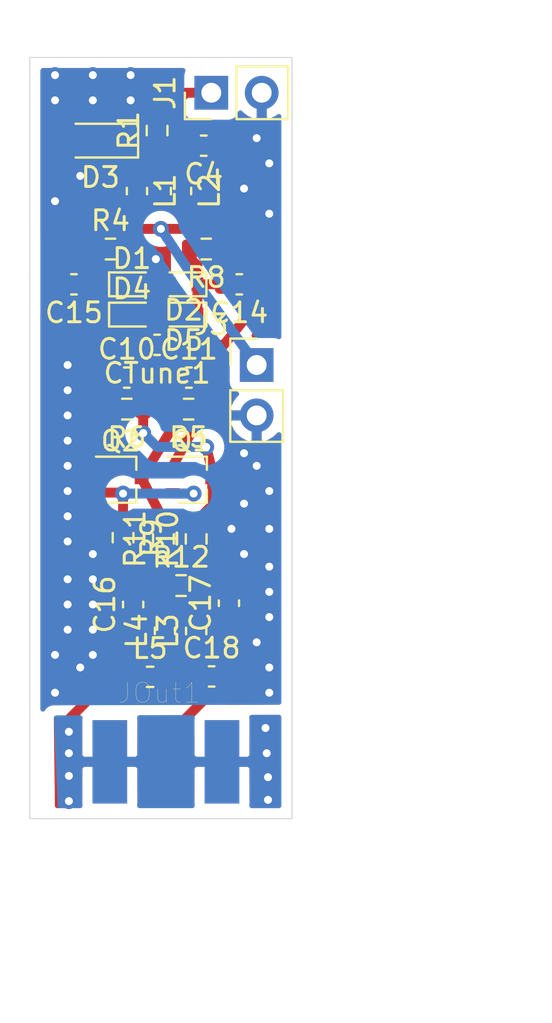
<source format=kicad_pcb>
(kicad_pcb (version 20171130) (host pcbnew "(5.1.9)-1")

  (general
    (thickness 1.6)
    (drawings 6)
    (tracks 137)
    (zones 0)
    (modules 33)
    (nets 17)
  )

  (page A4)
  (layers
    (0 F.Cu signal)
    (31 B.Cu signal)
    (32 B.Adhes user)
    (33 F.Adhes user)
    (34 B.Paste user)
    (35 F.Paste user)
    (36 B.SilkS user)
    (37 F.SilkS user)
    (38 B.Mask user)
    (39 F.Mask user)
    (40 Dwgs.User user)
    (41 Cmts.User user)
    (42 Eco1.User user)
    (43 Eco2.User user)
    (44 Edge.Cuts user)
    (45 Margin user)
    (46 B.CrtYd user)
    (47 F.CrtYd user)
    (48 B.Fab user)
    (49 F.Fab user)
  )

  (setup
    (last_trace_width 0.5)
    (user_trace_width 0.5)
    (trace_clearance 0.2)
    (zone_clearance 0.508)
    (zone_45_only no)
    (trace_min 0.2)
    (via_size 0.8)
    (via_drill 0.4)
    (via_min_size 0.4)
    (via_min_drill 0.3)
    (uvia_size 0.3)
    (uvia_drill 0.1)
    (uvias_allowed no)
    (uvia_min_size 0.2)
    (uvia_min_drill 0.1)
    (edge_width 0.05)
    (segment_width 0.2)
    (pcb_text_width 0.3)
    (pcb_text_size 1.5 1.5)
    (mod_edge_width 0.12)
    (mod_text_size 1 1)
    (mod_text_width 0.15)
    (pad_size 1.524 1.524)
    (pad_drill 0.762)
    (pad_to_mask_clearance 0)
    (aux_axis_origin 0 0)
    (visible_elements 7FFFFFFF)
    (pcbplotparams
      (layerselection 0x010fc_ffffffff)
      (usegerberextensions false)
      (usegerberattributes true)
      (usegerberadvancedattributes true)
      (creategerberjobfile true)
      (excludeedgelayer true)
      (linewidth 0.100000)
      (plotframeref false)
      (viasonmask false)
      (mode 1)
      (useauxorigin false)
      (hpglpennumber 1)
      (hpglpenspeed 20)
      (hpglpendiameter 15.000000)
      (psnegative false)
      (psa4output false)
      (plotreference true)
      (plotvalue true)
      (plotinvisibletext false)
      (padsonsilk false)
      (subtractmaskfromsilk false)
      (outputformat 1)
      (mirror false)
      (drillshape 1)
      (scaleselection 1)
      (outputdirectory ""))
  )

  (net 0 "")
  (net 1 "Net-(C4-Pad2)")
  (net 2 GND)
  (net 3 /Vop)
  (net 4 "Net-(C10-Pad1)")
  (net 5 "Net-(C11-Pad2)")
  (net 6 /Von)
  (net 7 "Net-(C14-Pad2)")
  (net 8 "Net-(C15-Pad1)")
  (net 9 "Net-(C16-Pad2)")
  (net 10 "Net-(C16-Pad1)")
  (net 11 "Net-(C17-Pad2)")
  (net 12 "Net-(C17-Pad1)")
  (net 13 "Net-(C18-Pad1)")
  (net 14 +5V)
  (net 15 "Net-(Q1-Pad2)")
  (net 16 /Vtune)

  (net_class Default "This is the default net class."
    (clearance 0.2)
    (trace_width 0.25)
    (via_dia 0.8)
    (via_drill 0.4)
    (uvia_dia 0.3)
    (uvia_drill 0.1)
    (add_net +5V)
    (add_net /Von)
    (add_net /Vop)
    (add_net /Vtune)
    (add_net GND)
    (add_net "Net-(C10-Pad1)")
    (add_net "Net-(C11-Pad2)")
    (add_net "Net-(C14-Pad2)")
    (add_net "Net-(C15-Pad1)")
    (add_net "Net-(C16-Pad1)")
    (add_net "Net-(C16-Pad2)")
    (add_net "Net-(C17-Pad1)")
    (add_net "Net-(C17-Pad2)")
    (add_net "Net-(C18-Pad1)")
    (add_net "Net-(C4-Pad2)")
    (add_net "Net-(Q1-Pad2)")
  )

  (module Inductor_SMD:L_0603_1608Metric (layer F.Cu) (tedit 5F68FEF0) (tstamp 606F9E0B)
    (at 140.68 61.43)
    (descr "Inductor SMD 0603 (1608 Metric), square (rectangular) end terminal, IPC_7351 nominal, (Body size source: http://www.tortai-tech.com/upload/download/2011102023233369053.pdf), generated with kicad-footprint-generator")
    (tags inductor)
    (path /607797A6)
    (attr smd)
    (fp_text reference L5 (at 0 -1.43) (layer F.SilkS)
      (effects (font (size 1 1) (thickness 0.15)))
    )
    (fp_text value 15n (at 0 1.43) (layer F.Fab)
      (effects (font (size 1 1) (thickness 0.15)))
    )
    (fp_line (start -0.8 0.4) (end -0.8 -0.4) (layer F.Fab) (width 0.1))
    (fp_line (start -0.8 -0.4) (end 0.8 -0.4) (layer F.Fab) (width 0.1))
    (fp_line (start 0.8 -0.4) (end 0.8 0.4) (layer F.Fab) (width 0.1))
    (fp_line (start 0.8 0.4) (end -0.8 0.4) (layer F.Fab) (width 0.1))
    (fp_line (start -0.162779 -0.51) (end 0.162779 -0.51) (layer F.SilkS) (width 0.12))
    (fp_line (start -0.162779 0.51) (end 0.162779 0.51) (layer F.SilkS) (width 0.12))
    (fp_line (start -1.48 0.73) (end -1.48 -0.73) (layer F.CrtYd) (width 0.05))
    (fp_line (start -1.48 -0.73) (end 1.48 -0.73) (layer F.CrtYd) (width 0.05))
    (fp_line (start 1.48 -0.73) (end 1.48 0.73) (layer F.CrtYd) (width 0.05))
    (fp_line (start 1.48 0.73) (end -1.48 0.73) (layer F.CrtYd) (width 0.05))
    (fp_text user %R (at 0 0) (layer F.Fab)
      (effects (font (size 0.4 0.4) (thickness 0.06)))
    )
    (pad 2 smd roundrect (at 0.7875 0) (size 0.875 0.95) (layers F.Cu F.Paste F.Mask) (roundrect_rratio 0.25)
      (net 13 "Net-(C18-Pad1)"))
    (pad 1 smd roundrect (at -0.7875 0) (size 0.875 0.95) (layers F.Cu F.Paste F.Mask) (roundrect_rratio 0.25)
      (net 10 "Net-(C16-Pad1)"))
    (model ${KISYS3DMOD}/Inductor_SMD.3dshapes/L_0603_1608Metric.wrl
      (at (xyz 0 0 0))
      (scale (xyz 1 1 1))
      (rotate (xyz 0 0 0))
    )
  )

  (module Resistor_SMD:R_0603_1608Metric (layer F.Cu) (tedit 5F68FEEE) (tstamp 606F9E68)
    (at 142.621 47.9425 180)
    (descr "Resistor SMD 0603 (1608 Metric), square (rectangular) end terminal, IPC_7351 nominal, (Body size source: IPC-SM-782 page 72, https://www.pcb-3d.com/wordpress/wp-content/uploads/ipc-sm-782a_amendment_1_and_2.pdf), generated with kicad-footprint-generator")
    (tags resistor)
    (path /60711084)
    (attr smd)
    (fp_text reference R5 (at 0 -1.43) (layer F.SilkS)
      (effects (font (size 1 1) (thickness 0.15)))
    )
    (fp_text value 3.3k (at 0 1.43) (layer F.Fab)
      (effects (font (size 1 1) (thickness 0.15)))
    )
    (fp_line (start -0.8 0.4125) (end -0.8 -0.4125) (layer F.Fab) (width 0.1))
    (fp_line (start -0.8 -0.4125) (end 0.8 -0.4125) (layer F.Fab) (width 0.1))
    (fp_line (start 0.8 -0.4125) (end 0.8 0.4125) (layer F.Fab) (width 0.1))
    (fp_line (start 0.8 0.4125) (end -0.8 0.4125) (layer F.Fab) (width 0.1))
    (fp_line (start -0.237258 -0.5225) (end 0.237258 -0.5225) (layer F.SilkS) (width 0.12))
    (fp_line (start -0.237258 0.5225) (end 0.237258 0.5225) (layer F.SilkS) (width 0.12))
    (fp_line (start -1.48 0.73) (end -1.48 -0.73) (layer F.CrtYd) (width 0.05))
    (fp_line (start -1.48 -0.73) (end 1.48 -0.73) (layer F.CrtYd) (width 0.05))
    (fp_line (start 1.48 -0.73) (end 1.48 0.73) (layer F.CrtYd) (width 0.05))
    (fp_line (start 1.48 0.73) (end -1.48 0.73) (layer F.CrtYd) (width 0.05))
    (fp_text user %R (at 0 0) (layer F.Fab)
      (effects (font (size 0.4 0.4) (thickness 0.06)))
    )
    (pad 2 smd roundrect (at 0.825 0 180) (size 0.8 0.95) (layers F.Cu F.Paste F.Mask) (roundrect_rratio 0.25)
      (net 6 /Von))
    (pad 1 smd roundrect (at -0.825 0 180) (size 0.8 0.95) (layers F.Cu F.Paste F.Mask) (roundrect_rratio 0.25)
      (net 5 "Net-(C11-Pad2)"))
    (model ${KISYS3DMOD}/Resistor_SMD.3dshapes/R_0603_1608Metric.wrl
      (at (xyz 0 0 0))
      (scale (xyz 1 1 1))
      (rotate (xyz 0 0 0))
    )
  )

  (module Package_TO_SOT_SMD:SOT-323_SC-70 (layer F.Cu) (tedit 5A02FF57) (tstamp 606F9E35)
    (at 139.2555 51.4985)
    (descr "SOT-323, SC-70")
    (tags "SOT-323 SC-70")
    (path /607363E2)
    (attr smd)
    (fp_text reference Q2 (at -0.05 -1.95) (layer F.SilkS)
      (effects (font (size 1 1) (thickness 0.15)))
    )
    (fp_text value BFR193 (at -0.05 2.05) (layer F.Fab)
      (effects (font (size 1 1) (thickness 0.15)))
    )
    (fp_line (start 0.73 0.5) (end 0.73 1.16) (layer F.SilkS) (width 0.12))
    (fp_line (start 0.73 -1.16) (end 0.73 -0.5) (layer F.SilkS) (width 0.12))
    (fp_line (start 1.7 1.3) (end -1.7 1.3) (layer F.CrtYd) (width 0.05))
    (fp_line (start 1.7 -1.3) (end 1.7 1.3) (layer F.CrtYd) (width 0.05))
    (fp_line (start -1.7 -1.3) (end 1.7 -1.3) (layer F.CrtYd) (width 0.05))
    (fp_line (start -1.7 1.3) (end -1.7 -1.3) (layer F.CrtYd) (width 0.05))
    (fp_line (start 0.73 -1.16) (end -1.3 -1.16) (layer F.SilkS) (width 0.12))
    (fp_line (start -0.68 1.16) (end 0.73 1.16) (layer F.SilkS) (width 0.12))
    (fp_line (start 0.67 -1.1) (end -0.18 -1.1) (layer F.Fab) (width 0.1))
    (fp_line (start -0.68 -0.6) (end -0.68 1.1) (layer F.Fab) (width 0.1))
    (fp_line (start 0.67 -1.1) (end 0.67 1.1) (layer F.Fab) (width 0.1))
    (fp_line (start 0.67 1.1) (end -0.68 1.1) (layer F.Fab) (width 0.1))
    (fp_line (start -0.18 -1.1) (end -0.68 -0.6) (layer F.Fab) (width 0.1))
    (fp_text user %R (at 0 0 90) (layer F.Fab)
      (effects (font (size 0.5 0.5) (thickness 0.075)))
    )
    (pad 3 smd rect (at 1 0 270) (size 0.45 0.7) (layers F.Cu F.Paste F.Mask)
      (net 6 /Von))
    (pad 2 smd rect (at -1 0.65 270) (size 0.45 0.7) (layers F.Cu F.Paste F.Mask)
      (net 15 "Net-(Q1-Pad2)"))
    (pad 1 smd rect (at -1 -0.65 270) (size 0.45 0.7) (layers F.Cu F.Paste F.Mask)
      (net 4 "Net-(C10-Pad1)"))
    (model ${KISYS3DMOD}/Package_TO_SOT_SMD.3dshapes/SOT-323_SC-70.wrl
      (at (xyz 0 0 0))
      (scale (xyz 1 1 1))
      (rotate (xyz 0 0 0))
    )
  )

  (module Resistor_SMD:R_0603_1608Metric (layer F.Cu) (tedit 5F68FEEE) (tstamp 606F9EBD)
    (at 141.351 54.4835 90)
    (descr "Resistor SMD 0603 (1608 Metric), square (rectangular) end terminal, IPC_7351 nominal, (Body size source: IPC-SM-782 page 72, https://www.pcb-3d.com/wordpress/wp-content/uploads/ipc-sm-782a_amendment_1_and_2.pdf), generated with kicad-footprint-generator")
    (tags resistor)
    (path /6075E325)
    (attr smd)
    (fp_text reference R11 (at 0 -1.43 90) (layer F.SilkS)
      (effects (font (size 1 1) (thickness 0.15)))
    )
    (fp_text value 62 (at 0 1.43 90) (layer F.Fab)
      (effects (font (size 1 1) (thickness 0.15)))
    )
    (fp_line (start -0.8 0.4125) (end -0.8 -0.4125) (layer F.Fab) (width 0.1))
    (fp_line (start -0.8 -0.4125) (end 0.8 -0.4125) (layer F.Fab) (width 0.1))
    (fp_line (start 0.8 -0.4125) (end 0.8 0.4125) (layer F.Fab) (width 0.1))
    (fp_line (start 0.8 0.4125) (end -0.8 0.4125) (layer F.Fab) (width 0.1))
    (fp_line (start -0.237258 -0.5225) (end 0.237258 -0.5225) (layer F.SilkS) (width 0.12))
    (fp_line (start -0.237258 0.5225) (end 0.237258 0.5225) (layer F.SilkS) (width 0.12))
    (fp_line (start -1.48 0.73) (end -1.48 -0.73) (layer F.CrtYd) (width 0.05))
    (fp_line (start -1.48 -0.73) (end 1.48 -0.73) (layer F.CrtYd) (width 0.05))
    (fp_line (start 1.48 -0.73) (end 1.48 0.73) (layer F.CrtYd) (width 0.05))
    (fp_line (start 1.48 0.73) (end -1.48 0.73) (layer F.CrtYd) (width 0.05))
    (fp_text user %R (at 0 0 90) (layer F.Fab)
      (effects (font (size 0.4 0.4) (thickness 0.06)))
    )
    (pad 2 smd roundrect (at 0.825 0 90) (size 0.8 0.95) (layers F.Cu F.Paste F.Mask) (roundrect_rratio 0.25)
      (net 6 /Von))
    (pad 1 smd roundrect (at -0.825 0 90) (size 0.8 0.95) (layers F.Cu F.Paste F.Mask) (roundrect_rratio 0.25)
      (net 9 "Net-(C16-Pad2)"))
    (model ${KISYS3DMOD}/Resistor_SMD.3dshapes/R_0603_1608Metric.wrl
      (at (xyz 0 0 0))
      (scale (xyz 1 1 1))
      (rotate (xyz 0 0 0))
    )
  )

  (module Inductor_SMD:L_0603_1608Metric (layer F.Cu) (tedit 5F68FEF0) (tstamp 606F9DC7)
    (at 140.0175 36.957 270)
    (descr "Inductor SMD 0603 (1608 Metric), square (rectangular) end terminal, IPC_7351 nominal, (Body size source: http://www.tortai-tech.com/upload/download/2011102023233369053.pdf), generated with kicad-footprint-generator")
    (tags inductor)
    (path /606FD6CE)
    (attr smd)
    (fp_text reference L1 (at 0 -1.43 90) (layer F.SilkS)
      (effects (font (size 1 1) (thickness 0.15)))
    )
    (fp_text value 68n (at 0 1.43 90) (layer F.Fab)
      (effects (font (size 1 1) (thickness 0.15)))
    )
    (fp_line (start -0.8 0.4) (end -0.8 -0.4) (layer F.Fab) (width 0.1))
    (fp_line (start -0.8 -0.4) (end 0.8 -0.4) (layer F.Fab) (width 0.1))
    (fp_line (start 0.8 -0.4) (end 0.8 0.4) (layer F.Fab) (width 0.1))
    (fp_line (start 0.8 0.4) (end -0.8 0.4) (layer F.Fab) (width 0.1))
    (fp_line (start -0.162779 -0.51) (end 0.162779 -0.51) (layer F.SilkS) (width 0.12))
    (fp_line (start -0.162779 0.51) (end 0.162779 0.51) (layer F.SilkS) (width 0.12))
    (fp_line (start -1.48 0.73) (end -1.48 -0.73) (layer F.CrtYd) (width 0.05))
    (fp_line (start -1.48 -0.73) (end 1.48 -0.73) (layer F.CrtYd) (width 0.05))
    (fp_line (start 1.48 -0.73) (end 1.48 0.73) (layer F.CrtYd) (width 0.05))
    (fp_line (start 1.48 0.73) (end -1.48 0.73) (layer F.CrtYd) (width 0.05))
    (fp_text user %R (at 0 0 90) (layer F.Fab)
      (effects (font (size 0.4 0.4) (thickness 0.06)))
    )
    (pad 2 smd roundrect (at 0.7875 0 270) (size 0.875 0.95) (layers F.Cu F.Paste F.Mask) (roundrect_rratio 0.25)
      (net 3 /Vop))
    (pad 1 smd roundrect (at -0.7875 0 270) (size 0.875 0.95) (layers F.Cu F.Paste F.Mask) (roundrect_rratio 0.25)
      (net 1 "Net-(C4-Pad2)"))
    (model ${KISYS3DMOD}/Inductor_SMD.3dshapes/L_0603_1608Metric.wrl
      (at (xyz 0 0 0))
      (scale (xyz 1 1 1))
      (rotate (xyz 0 0 0))
    )
  )

  (module Diode_SMD:D_SOD-523 (layer F.Cu) (tedit 586419F0) (tstamp 606F9D25)
    (at 139.7635 41.656)
    (descr "http://www.diodes.com/datasheets/ap02001.pdf p.144")
    (tags "Diode SOD523")
    (path /606F359C)
    (attr smd)
    (fp_text reference D1 (at 0 -1.3) (layer F.SilkS)
      (effects (font (size 1 1) (thickness 0.15)))
    )
    (fp_text value BB208-2 (at 0 1.4) (layer F.Fab)
      (effects (font (size 1 1) (thickness 0.15)))
    )
    (fp_line (start -1.15 -0.6) (end -1.15 0.6) (layer F.SilkS) (width 0.12))
    (fp_line (start 1.25 -0.7) (end 1.25 0.7) (layer F.CrtYd) (width 0.05))
    (fp_line (start -1.25 -0.7) (end 1.25 -0.7) (layer F.CrtYd) (width 0.05))
    (fp_line (start -1.25 0.7) (end -1.25 -0.7) (layer F.CrtYd) (width 0.05))
    (fp_line (start 1.25 0.7) (end -1.25 0.7) (layer F.CrtYd) (width 0.05))
    (fp_line (start 0.1 0) (end 0.25 0) (layer F.Fab) (width 0.1))
    (fp_line (start 0.1 -0.2) (end -0.2 0) (layer F.Fab) (width 0.1))
    (fp_line (start 0.1 0.2) (end 0.1 -0.2) (layer F.Fab) (width 0.1))
    (fp_line (start -0.2 0) (end 0.1 0.2) (layer F.Fab) (width 0.1))
    (fp_line (start -0.2 0) (end -0.35 0) (layer F.Fab) (width 0.1))
    (fp_line (start -0.2 0.2) (end -0.2 -0.2) (layer F.Fab) (width 0.1))
    (fp_line (start 0.65 -0.45) (end 0.65 0.45) (layer F.Fab) (width 0.1))
    (fp_line (start -0.65 -0.45) (end 0.65 -0.45) (layer F.Fab) (width 0.1))
    (fp_line (start -0.65 0.45) (end -0.65 -0.45) (layer F.Fab) (width 0.1))
    (fp_line (start 0.65 0.45) (end -0.65 0.45) (layer F.Fab) (width 0.1))
    (fp_line (start 0.7 -0.6) (end -1.15 -0.6) (layer F.SilkS) (width 0.12))
    (fp_line (start 0.7 0.6) (end -1.15 0.6) (layer F.SilkS) (width 0.12))
    (fp_text user %R (at 0 -1.3) (layer F.Fab)
      (effects (font (size 1 1) (thickness 0.15)))
    )
    (pad 1 smd rect (at -0.7 0 180) (size 0.6 0.7) (layers F.Cu F.Paste F.Mask)
      (net 8 "Net-(C15-Pad1)"))
    (pad 2 smd rect (at 0.7 0 180) (size 0.6 0.7) (layers F.Cu F.Paste F.Mask)
      (net 2 GND))
    (model ${KISYS3DMOD}/Diode_SMD.3dshapes/D_SOD-523.wrl
      (at (xyz 0 0 0))
      (scale (xyz 1 1 1))
      (rotate (xyz 0 0 0))
    )
  )

  (module Capacitor_SMD:C_0603_1608Metric (layer F.Cu) (tedit 5F68FEEE) (tstamp 606F9CDA)
    (at 139.827 57.785 90)
    (descr "Capacitor SMD 0603 (1608 Metric), square (rectangular) end terminal, IPC_7351 nominal, (Body size source: IPC-SM-782 page 76, https://www.pcb-3d.com/wordpress/wp-content/uploads/ipc-sm-782a_amendment_1_and_2.pdf), generated with kicad-footprint-generator")
    (tags capacitor)
    (path /607732A6)
    (attr smd)
    (fp_text reference C16 (at 0 -1.43 90) (layer F.SilkS)
      (effects (font (size 1 1) (thickness 0.15)))
    )
    (fp_text value 3.3p (at 0 1.43 90) (layer F.Fab)
      (effects (font (size 1 1) (thickness 0.15)))
    )
    (fp_line (start -0.8 0.4) (end -0.8 -0.4) (layer F.Fab) (width 0.1))
    (fp_line (start -0.8 -0.4) (end 0.8 -0.4) (layer F.Fab) (width 0.1))
    (fp_line (start 0.8 -0.4) (end 0.8 0.4) (layer F.Fab) (width 0.1))
    (fp_line (start 0.8 0.4) (end -0.8 0.4) (layer F.Fab) (width 0.1))
    (fp_line (start -0.14058 -0.51) (end 0.14058 -0.51) (layer F.SilkS) (width 0.12))
    (fp_line (start -0.14058 0.51) (end 0.14058 0.51) (layer F.SilkS) (width 0.12))
    (fp_line (start -1.48 0.73) (end -1.48 -0.73) (layer F.CrtYd) (width 0.05))
    (fp_line (start -1.48 -0.73) (end 1.48 -0.73) (layer F.CrtYd) (width 0.05))
    (fp_line (start 1.48 -0.73) (end 1.48 0.73) (layer F.CrtYd) (width 0.05))
    (fp_line (start 1.48 0.73) (end -1.48 0.73) (layer F.CrtYd) (width 0.05))
    (fp_text user %R (at 0 0 90) (layer F.Fab)
      (effects (font (size 0.4 0.4) (thickness 0.06)))
    )
    (pad 2 smd roundrect (at 0.775 0 90) (size 0.9 0.95) (layers F.Cu F.Paste F.Mask) (roundrect_rratio 0.25)
      (net 9 "Net-(C16-Pad2)"))
    (pad 1 smd roundrect (at -0.775 0 90) (size 0.9 0.95) (layers F.Cu F.Paste F.Mask) (roundrect_rratio 0.25)
      (net 10 "Net-(C16-Pad1)"))
    (model ${KISYS3DMOD}/Capacitor_SMD.3dshapes/C_0603_1608Metric.wrl
      (at (xyz 0 0 0))
      (scale (xyz 1 1 1))
      (rotate (xyz 0 0 0))
    )
  )

  (module Capacitor_SMD:C_0603_1608Metric (layer F.Cu) (tedit 5F68FEEE) (tstamp 606F9CEB)
    (at 144.653 57.7215 90)
    (descr "Capacitor SMD 0603 (1608 Metric), square (rectangular) end terminal, IPC_7351 nominal, (Body size source: IPC-SM-782 page 76, https://www.pcb-3d.com/wordpress/wp-content/uploads/ipc-sm-782a_amendment_1_and_2.pdf), generated with kicad-footprint-generator")
    (tags capacitor)
    (path /6076FE54)
    (attr smd)
    (fp_text reference C17 (at 0 -1.43 90) (layer F.SilkS)
      (effects (font (size 1 1) (thickness 0.15)))
    )
    (fp_text value 3.3p (at 0 1.43 90) (layer F.Fab)
      (effects (font (size 1 1) (thickness 0.15)))
    )
    (fp_line (start -0.8 0.4) (end -0.8 -0.4) (layer F.Fab) (width 0.1))
    (fp_line (start -0.8 -0.4) (end 0.8 -0.4) (layer F.Fab) (width 0.1))
    (fp_line (start 0.8 -0.4) (end 0.8 0.4) (layer F.Fab) (width 0.1))
    (fp_line (start 0.8 0.4) (end -0.8 0.4) (layer F.Fab) (width 0.1))
    (fp_line (start -0.14058 -0.51) (end 0.14058 -0.51) (layer F.SilkS) (width 0.12))
    (fp_line (start -0.14058 0.51) (end 0.14058 0.51) (layer F.SilkS) (width 0.12))
    (fp_line (start -1.48 0.73) (end -1.48 -0.73) (layer F.CrtYd) (width 0.05))
    (fp_line (start -1.48 -0.73) (end 1.48 -0.73) (layer F.CrtYd) (width 0.05))
    (fp_line (start 1.48 -0.73) (end 1.48 0.73) (layer F.CrtYd) (width 0.05))
    (fp_line (start 1.48 0.73) (end -1.48 0.73) (layer F.CrtYd) (width 0.05))
    (fp_text user %R (at 0 0 90) (layer F.Fab)
      (effects (font (size 0.4 0.4) (thickness 0.06)))
    )
    (pad 2 smd roundrect (at 0.775 0 90) (size 0.9 0.95) (layers F.Cu F.Paste F.Mask) (roundrect_rratio 0.25)
      (net 11 "Net-(C17-Pad2)"))
    (pad 1 smd roundrect (at -0.775 0 90) (size 0.9 0.95) (layers F.Cu F.Paste F.Mask) (roundrect_rratio 0.25)
      (net 12 "Net-(C17-Pad1)"))
    (model ${KISYS3DMOD}/Capacitor_SMD.3dshapes/C_0603_1608Metric.wrl
      (at (xyz 0 0 0))
      (scale (xyz 1 1 1))
      (rotate (xyz 0 0 0))
    )
  )

  (module Resistor_SMD:R_0603_1608Metric (layer F.Cu) (tedit 5F68FEEE) (tstamp 606F9ECE)
    (at 142.2405 56.8325)
    (descr "Resistor SMD 0603 (1608 Metric), square (rectangular) end terminal, IPC_7351 nominal, (Body size source: IPC-SM-782 page 72, https://www.pcb-3d.com/wordpress/wp-content/uploads/ipc-sm-782a_amendment_1_and_2.pdf), generated with kicad-footprint-generator")
    (tags resistor)
    (path /6075E967)
    (attr smd)
    (fp_text reference R12 (at 0 -1.43) (layer F.SilkS)
      (effects (font (size 1 1) (thickness 0.15)))
    )
    (fp_text value 330 (at 0 1.43) (layer F.Fab)
      (effects (font (size 1 1) (thickness 0.15)))
    )
    (fp_line (start -0.8 0.4125) (end -0.8 -0.4125) (layer F.Fab) (width 0.1))
    (fp_line (start -0.8 -0.4125) (end 0.8 -0.4125) (layer F.Fab) (width 0.1))
    (fp_line (start 0.8 -0.4125) (end 0.8 0.4125) (layer F.Fab) (width 0.1))
    (fp_line (start 0.8 0.4125) (end -0.8 0.4125) (layer F.Fab) (width 0.1))
    (fp_line (start -0.237258 -0.5225) (end 0.237258 -0.5225) (layer F.SilkS) (width 0.12))
    (fp_line (start -0.237258 0.5225) (end 0.237258 0.5225) (layer F.SilkS) (width 0.12))
    (fp_line (start -1.48 0.73) (end -1.48 -0.73) (layer F.CrtYd) (width 0.05))
    (fp_line (start -1.48 -0.73) (end 1.48 -0.73) (layer F.CrtYd) (width 0.05))
    (fp_line (start 1.48 -0.73) (end 1.48 0.73) (layer F.CrtYd) (width 0.05))
    (fp_line (start 1.48 0.73) (end -1.48 0.73) (layer F.CrtYd) (width 0.05))
    (fp_text user %R (at 0 0) (layer F.Fab)
      (effects (font (size 0.4 0.4) (thickness 0.06)))
    )
    (pad 2 smd roundrect (at 0.825 0) (size 0.8 0.95) (layers F.Cu F.Paste F.Mask) (roundrect_rratio 0.25)
      (net 11 "Net-(C17-Pad2)"))
    (pad 1 smd roundrect (at -0.825 0) (size 0.8 0.95) (layers F.Cu F.Paste F.Mask) (roundrect_rratio 0.25)
      (net 9 "Net-(C16-Pad2)"))
    (model ${KISYS3DMOD}/Resistor_SMD.3dshapes/R_0603_1608Metric.wrl
      (at (xyz 0 0 0))
      (scale (xyz 1 1 1))
      (rotate (xyz 0 0 0))
    )
  )

  (module Connector_PinHeader_2.54mm:PinHeader_1x02_P2.54mm_Vertical (layer F.Cu) (tedit 59FED5CC) (tstamp 6070040E)
    (at 146.05 45.72)
    (descr "Through hole straight pin header, 1x02, 2.54mm pitch, single row")
    (tags "Through hole pin header THT 1x02 2.54mm single row")
    (path /607A2C35)
    (fp_text reference J3 (at -2.286 -2.032) (layer F.SilkS)
      (effects (font (size 1 1) (thickness 0.15)))
    )
    (fp_text value Conn_01x02 (at 0 4.87) (layer F.Fab)
      (effects (font (size 1 1) (thickness 0.15)))
    )
    (fp_line (start 1.8 -1.8) (end -1.8 -1.8) (layer F.CrtYd) (width 0.05))
    (fp_line (start 1.8 4.35) (end 1.8 -1.8) (layer F.CrtYd) (width 0.05))
    (fp_line (start -1.8 4.35) (end 1.8 4.35) (layer F.CrtYd) (width 0.05))
    (fp_line (start -1.8 -1.8) (end -1.8 4.35) (layer F.CrtYd) (width 0.05))
    (fp_line (start -1.33 -1.33) (end 0 -1.33) (layer F.SilkS) (width 0.12))
    (fp_line (start -1.33 0) (end -1.33 -1.33) (layer F.SilkS) (width 0.12))
    (fp_line (start -1.33 1.27) (end 1.33 1.27) (layer F.SilkS) (width 0.12))
    (fp_line (start 1.33 1.27) (end 1.33 3.87) (layer F.SilkS) (width 0.12))
    (fp_line (start -1.33 1.27) (end -1.33 3.87) (layer F.SilkS) (width 0.12))
    (fp_line (start -1.33 3.87) (end 1.33 3.87) (layer F.SilkS) (width 0.12))
    (fp_line (start -1.27 -0.635) (end -0.635 -1.27) (layer F.Fab) (width 0.1))
    (fp_line (start -1.27 3.81) (end -1.27 -0.635) (layer F.Fab) (width 0.1))
    (fp_line (start 1.27 3.81) (end -1.27 3.81) (layer F.Fab) (width 0.1))
    (fp_line (start 1.27 -1.27) (end 1.27 3.81) (layer F.Fab) (width 0.1))
    (fp_line (start -0.635 -1.27) (end 1.27 -1.27) (layer F.Fab) (width 0.1))
    (fp_text user %R (at 0 1.27 90) (layer F.Fab)
      (effects (font (size 1 1) (thickness 0.15)))
    )
    (pad 2 thru_hole oval (at 0 2.54) (size 1.7 1.7) (drill 1) (layers *.Cu *.Mask)
      (net 2 GND))
    (pad 1 thru_hole rect (at 0 0) (size 1.7 1.7) (drill 1) (layers *.Cu *.Mask)
      (net 16 /Vtune))
    (model ${KISYS3DMOD}/Connector_PinHeader_2.54mm.3dshapes/PinHeader_1x02_P2.54mm_Vertical.wrl
      (at (xyz 0 0 0))
      (scale (xyz 1 1 1))
      (rotate (xyz 0 0 0))
    )
  )

  (module Resistor_SMD:R_0603_1608Metric (layer F.Cu) (tedit 5F68FEEE) (tstamp 606F9E46)
    (at 141.0335 33.909 90)
    (descr "Resistor SMD 0603 (1608 Metric), square (rectangular) end terminal, IPC_7351 nominal, (Body size source: IPC-SM-782 page 72, https://www.pcb-3d.com/wordpress/wp-content/uploads/ipc-sm-782a_amendment_1_and_2.pdf), generated with kicad-footprint-generator")
    (tags resistor)
    (path /6070348C)
    (attr smd)
    (fp_text reference R1 (at 0 -1.43 90) (layer F.SilkS)
      (effects (font (size 1 1) (thickness 0.15)))
    )
    (fp_text value 62 (at 0 1.43 90) (layer F.Fab)
      (effects (font (size 1 1) (thickness 0.15)))
    )
    (fp_line (start -0.8 0.4125) (end -0.8 -0.4125) (layer F.Fab) (width 0.1))
    (fp_line (start -0.8 -0.4125) (end 0.8 -0.4125) (layer F.Fab) (width 0.1))
    (fp_line (start 0.8 -0.4125) (end 0.8 0.4125) (layer F.Fab) (width 0.1))
    (fp_line (start 0.8 0.4125) (end -0.8 0.4125) (layer F.Fab) (width 0.1))
    (fp_line (start -0.237258 -0.5225) (end 0.237258 -0.5225) (layer F.SilkS) (width 0.12))
    (fp_line (start -0.237258 0.5225) (end 0.237258 0.5225) (layer F.SilkS) (width 0.12))
    (fp_line (start -1.48 0.73) (end -1.48 -0.73) (layer F.CrtYd) (width 0.05))
    (fp_line (start -1.48 -0.73) (end 1.48 -0.73) (layer F.CrtYd) (width 0.05))
    (fp_line (start 1.48 -0.73) (end 1.48 0.73) (layer F.CrtYd) (width 0.05))
    (fp_line (start 1.48 0.73) (end -1.48 0.73) (layer F.CrtYd) (width 0.05))
    (fp_text user %R (at 0 0 90) (layer F.Fab)
      (effects (font (size 0.4 0.4) (thickness 0.06)))
    )
    (pad 2 smd roundrect (at 0.825 0 90) (size 0.8 0.95) (layers F.Cu F.Paste F.Mask) (roundrect_rratio 0.25)
      (net 14 +5V))
    (pad 1 smd roundrect (at -0.825 0 90) (size 0.8 0.95) (layers F.Cu F.Paste F.Mask) (roundrect_rratio 0.25)
      (net 1 "Net-(C4-Pad2)"))
    (model ${KISYS3DMOD}/Resistor_SMD.3dshapes/R_0603_1608Metric.wrl
      (at (xyz 0 0 0))
      (scale (xyz 1 1 1))
      (rotate (xyz 0 0 0))
    )
  )

  (module Capacitor_SMD:C_0603_1608Metric (layer F.Cu) (tedit 5F68FEEE) (tstamp 606F9CB8)
    (at 145.174 41.656 180)
    (descr "Capacitor SMD 0603 (1608 Metric), square (rectangular) end terminal, IPC_7351 nominal, (Body size source: IPC-SM-782 page 76, https://www.pcb-3d.com/wordpress/wp-content/uploads/ipc-sm-782a_amendment_1_and_2.pdf), generated with kicad-footprint-generator")
    (tags capacitor)
    (path /606F925C)
    (attr smd)
    (fp_text reference C14 (at 0 -1.43) (layer F.SilkS)
      (effects (font (size 1 1) (thickness 0.15)))
    )
    (fp_text value 150p (at 0 1.43) (layer F.Fab)
      (effects (font (size 1 1) (thickness 0.15)))
    )
    (fp_line (start -0.8 0.4) (end -0.8 -0.4) (layer F.Fab) (width 0.1))
    (fp_line (start -0.8 -0.4) (end 0.8 -0.4) (layer F.Fab) (width 0.1))
    (fp_line (start 0.8 -0.4) (end 0.8 0.4) (layer F.Fab) (width 0.1))
    (fp_line (start 0.8 0.4) (end -0.8 0.4) (layer F.Fab) (width 0.1))
    (fp_line (start -0.14058 -0.51) (end 0.14058 -0.51) (layer F.SilkS) (width 0.12))
    (fp_line (start -0.14058 0.51) (end 0.14058 0.51) (layer F.SilkS) (width 0.12))
    (fp_line (start -1.48 0.73) (end -1.48 -0.73) (layer F.CrtYd) (width 0.05))
    (fp_line (start -1.48 -0.73) (end 1.48 -0.73) (layer F.CrtYd) (width 0.05))
    (fp_line (start 1.48 -0.73) (end 1.48 0.73) (layer F.CrtYd) (width 0.05))
    (fp_line (start 1.48 0.73) (end -1.48 0.73) (layer F.CrtYd) (width 0.05))
    (fp_text user %R (at 0 0) (layer F.Fab)
      (effects (font (size 0.4 0.4) (thickness 0.06)))
    )
    (pad 2 smd roundrect (at 0.775 0 180) (size 0.9 0.95) (layers F.Cu F.Paste F.Mask) (roundrect_rratio 0.25)
      (net 7 "Net-(C14-Pad2)"))
    (pad 1 smd roundrect (at -0.775 0 180) (size 0.9 0.95) (layers F.Cu F.Paste F.Mask) (roundrect_rratio 0.25)
      (net 6 /Von))
    (model ${KISYS3DMOD}/Capacitor_SMD.3dshapes/C_0603_1608Metric.wrl
      (at (xyz 0 0 0))
      (scale (xyz 1 1 1))
      (rotate (xyz 0 0 0))
    )
  )

  (module Resistor_SMD:R_0603_1608Metric (layer F.Cu) (tedit 5F68FEEE) (tstamp 606F9EAC)
    (at 143.002 54.483 90)
    (descr "Resistor SMD 0603 (1608 Metric), square (rectangular) end terminal, IPC_7351 nominal, (Body size source: IPC-SM-782 page 72, https://www.pcb-3d.com/wordpress/wp-content/uploads/ipc-sm-782a_amendment_1_and_2.pdf), generated with kicad-footprint-generator")
    (tags resistor)
    (path /6075D482)
    (attr smd)
    (fp_text reference R10 (at 0 -1.43 90) (layer F.SilkS)
      (effects (font (size 1 1) (thickness 0.15)))
    )
    (fp_text value 62 (at 0 1.43 90) (layer F.Fab)
      (effects (font (size 1 1) (thickness 0.15)))
    )
    (fp_line (start -0.8 0.4125) (end -0.8 -0.4125) (layer F.Fab) (width 0.1))
    (fp_line (start -0.8 -0.4125) (end 0.8 -0.4125) (layer F.Fab) (width 0.1))
    (fp_line (start 0.8 -0.4125) (end 0.8 0.4125) (layer F.Fab) (width 0.1))
    (fp_line (start 0.8 0.4125) (end -0.8 0.4125) (layer F.Fab) (width 0.1))
    (fp_line (start -0.237258 -0.5225) (end 0.237258 -0.5225) (layer F.SilkS) (width 0.12))
    (fp_line (start -0.237258 0.5225) (end 0.237258 0.5225) (layer F.SilkS) (width 0.12))
    (fp_line (start -1.48 0.73) (end -1.48 -0.73) (layer F.CrtYd) (width 0.05))
    (fp_line (start -1.48 -0.73) (end 1.48 -0.73) (layer F.CrtYd) (width 0.05))
    (fp_line (start 1.48 -0.73) (end 1.48 0.73) (layer F.CrtYd) (width 0.05))
    (fp_line (start 1.48 0.73) (end -1.48 0.73) (layer F.CrtYd) (width 0.05))
    (fp_text user %R (at 0 0 90) (layer F.Fab)
      (effects (font (size 0.4 0.4) (thickness 0.06)))
    )
    (pad 2 smd roundrect (at 0.825 0 90) (size 0.8 0.95) (layers F.Cu F.Paste F.Mask) (roundrect_rratio 0.25)
      (net 3 /Vop))
    (pad 1 smd roundrect (at -0.825 0 90) (size 0.8 0.95) (layers F.Cu F.Paste F.Mask) (roundrect_rratio 0.25)
      (net 11 "Net-(C17-Pad2)"))
    (model ${KISYS3DMOD}/Resistor_SMD.3dshapes/R_0603_1608Metric.wrl
      (at (xyz 0 0 0))
      (scale (xyz 1 1 1))
      (rotate (xyz 0 0 0))
    )
  )

  (module Resistor_SMD:R_0603_1608Metric (layer F.Cu) (tedit 5F68FEEE) (tstamp 606F9E9B)
    (at 139.319 54.4195 270)
    (descr "Resistor SMD 0603 (1608 Metric), square (rectangular) end terminal, IPC_7351 nominal, (Body size source: IPC-SM-782 page 72, https://www.pcb-3d.com/wordpress/wp-content/uploads/ipc-sm-782a_amendment_1_and_2.pdf), generated with kicad-footprint-generator")
    (tags resistor)
    (path /6073ECF4)
    (attr smd)
    (fp_text reference R9 (at 0 -1.43 90) (layer F.SilkS)
      (effects (font (size 1 1) (thickness 0.15)))
    )
    (fp_text value 100 (at 0 1.43 90) (layer F.Fab)
      (effects (font (size 1 1) (thickness 0.15)))
    )
    (fp_line (start -0.8 0.4125) (end -0.8 -0.4125) (layer F.Fab) (width 0.1))
    (fp_line (start -0.8 -0.4125) (end 0.8 -0.4125) (layer F.Fab) (width 0.1))
    (fp_line (start 0.8 -0.4125) (end 0.8 0.4125) (layer F.Fab) (width 0.1))
    (fp_line (start 0.8 0.4125) (end -0.8 0.4125) (layer F.Fab) (width 0.1))
    (fp_line (start -0.237258 -0.5225) (end 0.237258 -0.5225) (layer F.SilkS) (width 0.12))
    (fp_line (start -0.237258 0.5225) (end 0.237258 0.5225) (layer F.SilkS) (width 0.12))
    (fp_line (start -1.48 0.73) (end -1.48 -0.73) (layer F.CrtYd) (width 0.05))
    (fp_line (start -1.48 -0.73) (end 1.48 -0.73) (layer F.CrtYd) (width 0.05))
    (fp_line (start 1.48 -0.73) (end 1.48 0.73) (layer F.CrtYd) (width 0.05))
    (fp_line (start 1.48 0.73) (end -1.48 0.73) (layer F.CrtYd) (width 0.05))
    (fp_text user %R (at 0 0 90) (layer F.Fab)
      (effects (font (size 0.4 0.4) (thickness 0.06)))
    )
    (pad 2 smd roundrect (at 0.825 0 270) (size 0.8 0.95) (layers F.Cu F.Paste F.Mask) (roundrect_rratio 0.25)
      (net 2 GND))
    (pad 1 smd roundrect (at -0.825 0 270) (size 0.8 0.95) (layers F.Cu F.Paste F.Mask) (roundrect_rratio 0.25)
      (net 15 "Net-(Q1-Pad2)"))
    (model ${KISYS3DMOD}/Resistor_SMD.3dshapes/R_0603_1608Metric.wrl
      (at (xyz 0 0 0))
      (scale (xyz 1 1 1))
      (rotate (xyz 0 0 0))
    )
  )

  (module Resistor_SMD:R_0603_1608Metric (layer F.Cu) (tedit 5F68FEEE) (tstamp 606F9E8A)
    (at 143.51 39.878 180)
    (descr "Resistor SMD 0603 (1608 Metric), square (rectangular) end terminal, IPC_7351 nominal, (Body size source: IPC-SM-782 page 72, https://www.pcb-3d.com/wordpress/wp-content/uploads/ipc-sm-782a_amendment_1_and_2.pdf), generated with kicad-footprint-generator")
    (tags resistor)
    (path /606F9F61)
    (attr smd)
    (fp_text reference R8 (at 0 -1.43) (layer F.SilkS)
      (effects (font (size 1 1) (thickness 0.15)))
    )
    (fp_text value 10k (at 0 1.43) (layer F.Fab)
      (effects (font (size 1 1) (thickness 0.15)))
    )
    (fp_line (start -0.8 0.4125) (end -0.8 -0.4125) (layer F.Fab) (width 0.1))
    (fp_line (start -0.8 -0.4125) (end 0.8 -0.4125) (layer F.Fab) (width 0.1))
    (fp_line (start 0.8 -0.4125) (end 0.8 0.4125) (layer F.Fab) (width 0.1))
    (fp_line (start 0.8 0.4125) (end -0.8 0.4125) (layer F.Fab) (width 0.1))
    (fp_line (start -0.237258 -0.5225) (end 0.237258 -0.5225) (layer F.SilkS) (width 0.12))
    (fp_line (start -0.237258 0.5225) (end 0.237258 0.5225) (layer F.SilkS) (width 0.12))
    (fp_line (start -1.48 0.73) (end -1.48 -0.73) (layer F.CrtYd) (width 0.05))
    (fp_line (start -1.48 -0.73) (end 1.48 -0.73) (layer F.CrtYd) (width 0.05))
    (fp_line (start 1.48 -0.73) (end 1.48 0.73) (layer F.CrtYd) (width 0.05))
    (fp_line (start 1.48 0.73) (end -1.48 0.73) (layer F.CrtYd) (width 0.05))
    (fp_text user %R (at 0 0) (layer F.Fab)
      (effects (font (size 0.4 0.4) (thickness 0.06)))
    )
    (pad 2 smd roundrect (at 0.825 0 180) (size 0.8 0.95) (layers F.Cu F.Paste F.Mask) (roundrect_rratio 0.25)
      (net 7 "Net-(C14-Pad2)"))
    (pad 1 smd roundrect (at -0.825 0 180) (size 0.8 0.95) (layers F.Cu F.Paste F.Mask) (roundrect_rratio 0.25)
      (net 16 /Vtune))
    (model ${KISYS3DMOD}/Resistor_SMD.3dshapes/R_0603_1608Metric.wrl
      (at (xyz 0 0 0))
      (scale (xyz 1 1 1))
      (rotate (xyz 0 0 0))
    )
  )

  (module Resistor_SMD:R_0603_1608Metric (layer F.Cu) (tedit 5F68FEEE) (tstamp 606F9E79)
    (at 139.509 47.9425 180)
    (descr "Resistor SMD 0603 (1608 Metric), square (rectangular) end terminal, IPC_7351 nominal, (Body size source: IPC-SM-782 page 72, https://www.pcb-3d.com/wordpress/wp-content/uploads/ipc-sm-782a_amendment_1_and_2.pdf), generated with kicad-footprint-generator")
    (tags resistor)
    (path /6070E8BF)
    (attr smd)
    (fp_text reference R6 (at 0 -1.43) (layer F.SilkS)
      (effects (font (size 1 1) (thickness 0.15)))
    )
    (fp_text value 3.3k (at 0 1.43) (layer F.Fab)
      (effects (font (size 1 1) (thickness 0.15)))
    )
    (fp_line (start -0.8 0.4125) (end -0.8 -0.4125) (layer F.Fab) (width 0.1))
    (fp_line (start -0.8 -0.4125) (end 0.8 -0.4125) (layer F.Fab) (width 0.1))
    (fp_line (start 0.8 -0.4125) (end 0.8 0.4125) (layer F.Fab) (width 0.1))
    (fp_line (start 0.8 0.4125) (end -0.8 0.4125) (layer F.Fab) (width 0.1))
    (fp_line (start -0.237258 -0.5225) (end 0.237258 -0.5225) (layer F.SilkS) (width 0.12))
    (fp_line (start -0.237258 0.5225) (end 0.237258 0.5225) (layer F.SilkS) (width 0.12))
    (fp_line (start -1.48 0.73) (end -1.48 -0.73) (layer F.CrtYd) (width 0.05))
    (fp_line (start -1.48 -0.73) (end 1.48 -0.73) (layer F.CrtYd) (width 0.05))
    (fp_line (start 1.48 -0.73) (end 1.48 0.73) (layer F.CrtYd) (width 0.05))
    (fp_line (start 1.48 0.73) (end -1.48 0.73) (layer F.CrtYd) (width 0.05))
    (fp_text user %R (at 0 0) (layer F.Fab)
      (effects (font (size 0.4 0.4) (thickness 0.06)))
    )
    (pad 2 smd roundrect (at 0.825 0 180) (size 0.8 0.95) (layers F.Cu F.Paste F.Mask) (roundrect_rratio 0.25)
      (net 4 "Net-(C10-Pad1)"))
    (pad 1 smd roundrect (at -0.825 0 180) (size 0.8 0.95) (layers F.Cu F.Paste F.Mask) (roundrect_rratio 0.25)
      (net 3 /Vop))
    (model ${KISYS3DMOD}/Resistor_SMD.3dshapes/R_0603_1608Metric.wrl
      (at (xyz 0 0 0))
      (scale (xyz 1 1 1))
      (rotate (xyz 0 0 0))
    )
  )

  (module Resistor_SMD:R_0603_1608Metric (layer F.Cu) (tedit 5F68FEEE) (tstamp 606F9E57)
    (at 138.684 39.878)
    (descr "Resistor SMD 0603 (1608 Metric), square (rectangular) end terminal, IPC_7351 nominal, (Body size source: IPC-SM-782 page 72, https://www.pcb-3d.com/wordpress/wp-content/uploads/ipc-sm-782a_amendment_1_and_2.pdf), generated with kicad-footprint-generator")
    (tags resistor)
    (path /606F99FC)
    (attr smd)
    (fp_text reference R4 (at 0 -1.43) (layer F.SilkS)
      (effects (font (size 1 1) (thickness 0.15)))
    )
    (fp_text value 10k (at 0 1.43) (layer F.Fab)
      (effects (font (size 1 1) (thickness 0.15)))
    )
    (fp_line (start -0.8 0.4125) (end -0.8 -0.4125) (layer F.Fab) (width 0.1))
    (fp_line (start -0.8 -0.4125) (end 0.8 -0.4125) (layer F.Fab) (width 0.1))
    (fp_line (start 0.8 -0.4125) (end 0.8 0.4125) (layer F.Fab) (width 0.1))
    (fp_line (start 0.8 0.4125) (end -0.8 0.4125) (layer F.Fab) (width 0.1))
    (fp_line (start -0.237258 -0.5225) (end 0.237258 -0.5225) (layer F.SilkS) (width 0.12))
    (fp_line (start -0.237258 0.5225) (end 0.237258 0.5225) (layer F.SilkS) (width 0.12))
    (fp_line (start -1.48 0.73) (end -1.48 -0.73) (layer F.CrtYd) (width 0.05))
    (fp_line (start -1.48 -0.73) (end 1.48 -0.73) (layer F.CrtYd) (width 0.05))
    (fp_line (start 1.48 -0.73) (end 1.48 0.73) (layer F.CrtYd) (width 0.05))
    (fp_line (start 1.48 0.73) (end -1.48 0.73) (layer F.CrtYd) (width 0.05))
    (fp_text user %R (at 0 0) (layer F.Fab)
      (effects (font (size 0.4 0.4) (thickness 0.06)))
    )
    (pad 2 smd roundrect (at 0.825 0) (size 0.8 0.95) (layers F.Cu F.Paste F.Mask) (roundrect_rratio 0.25)
      (net 8 "Net-(C15-Pad1)"))
    (pad 1 smd roundrect (at -0.825 0) (size 0.8 0.95) (layers F.Cu F.Paste F.Mask) (roundrect_rratio 0.25)
      (net 16 /Vtune))
    (model ${KISYS3DMOD}/Resistor_SMD.3dshapes/R_0603_1608Metric.wrl
      (at (xyz 0 0 0))
      (scale (xyz 1 1 1))
      (rotate (xyz 0 0 0))
    )
  )

  (module Package_TO_SOT_SMD:SOT-323_SC-70 (layer F.Cu) (tedit 5A02FF57) (tstamp 606F9E20)
    (at 142.8115 51.4985)
    (descr "SOT-323, SC-70")
    (tags "SOT-323 SC-70")
    (path /60109097)
    (attr smd)
    (fp_text reference Q1 (at -0.05 -1.95) (layer F.SilkS)
      (effects (font (size 1 1) (thickness 0.15)))
    )
    (fp_text value BFR193 (at -0.05 2.05) (layer F.Fab)
      (effects (font (size 1 1) (thickness 0.15)))
    )
    (fp_line (start 0.73 0.5) (end 0.73 1.16) (layer F.SilkS) (width 0.12))
    (fp_line (start 0.73 -1.16) (end 0.73 -0.5) (layer F.SilkS) (width 0.12))
    (fp_line (start 1.7 1.3) (end -1.7 1.3) (layer F.CrtYd) (width 0.05))
    (fp_line (start 1.7 -1.3) (end 1.7 1.3) (layer F.CrtYd) (width 0.05))
    (fp_line (start -1.7 -1.3) (end 1.7 -1.3) (layer F.CrtYd) (width 0.05))
    (fp_line (start -1.7 1.3) (end -1.7 -1.3) (layer F.CrtYd) (width 0.05))
    (fp_line (start 0.73 -1.16) (end -1.3 -1.16) (layer F.SilkS) (width 0.12))
    (fp_line (start -0.68 1.16) (end 0.73 1.16) (layer F.SilkS) (width 0.12))
    (fp_line (start 0.67 -1.1) (end -0.18 -1.1) (layer F.Fab) (width 0.1))
    (fp_line (start -0.68 -0.6) (end -0.68 1.1) (layer F.Fab) (width 0.1))
    (fp_line (start 0.67 -1.1) (end 0.67 1.1) (layer F.Fab) (width 0.1))
    (fp_line (start 0.67 1.1) (end -0.68 1.1) (layer F.Fab) (width 0.1))
    (fp_line (start -0.18 -1.1) (end -0.68 -0.6) (layer F.Fab) (width 0.1))
    (fp_text user %R (at 0 0 90) (layer F.Fab)
      (effects (font (size 0.5 0.5) (thickness 0.075)))
    )
    (pad 3 smd rect (at 1 0 270) (size 0.45 0.7) (layers F.Cu F.Paste F.Mask)
      (net 3 /Vop))
    (pad 2 smd rect (at -1 0.65 270) (size 0.45 0.7) (layers F.Cu F.Paste F.Mask)
      (net 15 "Net-(Q1-Pad2)"))
    (pad 1 smd rect (at -1 -0.65 270) (size 0.45 0.7) (layers F.Cu F.Paste F.Mask)
      (net 5 "Net-(C11-Pad2)"))
    (model ${KISYS3DMOD}/Package_TO_SOT_SMD.3dshapes/SOT-323_SC-70.wrl
      (at (xyz 0 0 0))
      (scale (xyz 1 1 1))
      (rotate (xyz 0 0 0))
    )
  )

  (module Inductor_SMD:L_0603_1608Metric (layer F.Cu) (tedit 5F68FEF0) (tstamp 606F9DE9)
    (at 143.002 59.12 90)
    (descr "Inductor SMD 0603 (1608 Metric), square (rectangular) end terminal, IPC_7351 nominal, (Body size source: http://www.tortai-tech.com/upload/download/2011102023233369053.pdf), generated with kicad-footprint-generator")
    (tags inductor)
    (path /60764F13)
    (attr smd)
    (fp_text reference L3 (at 0 -1.43 90) (layer F.SilkS)
      (effects (font (size 1 1) (thickness 0.15)))
    )
    (fp_text value 91n (at 0 1.43 90) (layer F.Fab)
      (effects (font (size 1 1) (thickness 0.15)))
    )
    (fp_line (start -0.8 0.4) (end -0.8 -0.4) (layer F.Fab) (width 0.1))
    (fp_line (start -0.8 -0.4) (end 0.8 -0.4) (layer F.Fab) (width 0.1))
    (fp_line (start 0.8 -0.4) (end 0.8 0.4) (layer F.Fab) (width 0.1))
    (fp_line (start 0.8 0.4) (end -0.8 0.4) (layer F.Fab) (width 0.1))
    (fp_line (start -0.162779 -0.51) (end 0.162779 -0.51) (layer F.SilkS) (width 0.12))
    (fp_line (start -0.162779 0.51) (end 0.162779 0.51) (layer F.SilkS) (width 0.12))
    (fp_line (start -1.48 0.73) (end -1.48 -0.73) (layer F.CrtYd) (width 0.05))
    (fp_line (start -1.48 -0.73) (end 1.48 -0.73) (layer F.CrtYd) (width 0.05))
    (fp_line (start 1.48 -0.73) (end 1.48 0.73) (layer F.CrtYd) (width 0.05))
    (fp_line (start 1.48 0.73) (end -1.48 0.73) (layer F.CrtYd) (width 0.05))
    (fp_text user %R (at 0 0 90) (layer F.Fab)
      (effects (font (size 0.4 0.4) (thickness 0.06)))
    )
    (pad 2 smd roundrect (at 0.7875 0 90) (size 0.875 0.95) (layers F.Cu F.Paste F.Mask) (roundrect_rratio 0.25)
      (net 11 "Net-(C17-Pad2)"))
    (pad 1 smd roundrect (at -0.7875 0 90) (size 0.875 0.95) (layers F.Cu F.Paste F.Mask) (roundrect_rratio 0.25)
      (net 12 "Net-(C17-Pad1)"))
    (model ${KISYS3DMOD}/Inductor_SMD.3dshapes/L_0603_1608Metric.wrl
      (at (xyz 0 0 0))
      (scale (xyz 1 1 1))
      (rotate (xyz 0 0 0))
    )
  )

  (module Diode_SMD:D_SOD-523 (layer F.Cu) (tedit 586419F0) (tstamp 606F9D85)
    (at 142.367 43.18 180)
    (descr "http://www.diodes.com/datasheets/ap02001.pdf p.144")
    (tags "Diode SOD523")
    (path /606F7BFF)
    (attr smd)
    (fp_text reference D5 (at 0 -1.3) (layer F.SilkS)
      (effects (font (size 1 1) (thickness 0.15)))
    )
    (fp_text value BB208-2 (at 0 1.4) (layer F.Fab)
      (effects (font (size 1 1) (thickness 0.15)))
    )
    (fp_line (start -1.15 -0.6) (end -1.15 0.6) (layer F.SilkS) (width 0.12))
    (fp_line (start 1.25 -0.7) (end 1.25 0.7) (layer F.CrtYd) (width 0.05))
    (fp_line (start -1.25 -0.7) (end 1.25 -0.7) (layer F.CrtYd) (width 0.05))
    (fp_line (start -1.25 0.7) (end -1.25 -0.7) (layer F.CrtYd) (width 0.05))
    (fp_line (start 1.25 0.7) (end -1.25 0.7) (layer F.CrtYd) (width 0.05))
    (fp_line (start 0.1 0) (end 0.25 0) (layer F.Fab) (width 0.1))
    (fp_line (start 0.1 -0.2) (end -0.2 0) (layer F.Fab) (width 0.1))
    (fp_line (start 0.1 0.2) (end 0.1 -0.2) (layer F.Fab) (width 0.1))
    (fp_line (start -0.2 0) (end 0.1 0.2) (layer F.Fab) (width 0.1))
    (fp_line (start -0.2 0) (end -0.35 0) (layer F.Fab) (width 0.1))
    (fp_line (start -0.2 0.2) (end -0.2 -0.2) (layer F.Fab) (width 0.1))
    (fp_line (start 0.65 -0.45) (end 0.65 0.45) (layer F.Fab) (width 0.1))
    (fp_line (start -0.65 -0.45) (end 0.65 -0.45) (layer F.Fab) (width 0.1))
    (fp_line (start -0.65 0.45) (end -0.65 -0.45) (layer F.Fab) (width 0.1))
    (fp_line (start 0.65 0.45) (end -0.65 0.45) (layer F.Fab) (width 0.1))
    (fp_line (start 0.7 -0.6) (end -1.15 -0.6) (layer F.SilkS) (width 0.12))
    (fp_line (start 0.7 0.6) (end -1.15 0.6) (layer F.SilkS) (width 0.12))
    (fp_text user %R (at 0 -1.3) (layer F.Fab)
      (effects (font (size 1 1) (thickness 0.15)))
    )
    (pad 1 smd rect (at -0.7 0) (size 0.6 0.7) (layers F.Cu F.Paste F.Mask)
      (net 7 "Net-(C14-Pad2)"))
    (pad 2 smd rect (at 0.7 0) (size 0.6 0.7) (layers F.Cu F.Paste F.Mask)
      (net 2 GND))
    (model ${KISYS3DMOD}/Diode_SMD.3dshapes/D_SOD-523.wrl
      (at (xyz 0 0 0))
      (scale (xyz 1 1 1))
      (rotate (xyz 0 0 0))
    )
  )

  (module Inductor_SMD:L_0603_1608Metric (layer F.Cu) (tedit 5F68FEF0) (tstamp 606F9DD8)
    (at 142.24 36.957 270)
    (descr "Inductor SMD 0603 (1608 Metric), square (rectangular) end terminal, IPC_7351 nominal, (Body size source: http://www.tortai-tech.com/upload/download/2011102023233369053.pdf), generated with kicad-footprint-generator")
    (tags inductor)
    (path /606FBD3D)
    (attr smd)
    (fp_text reference L2 (at 0 -1.43 90) (layer F.SilkS)
      (effects (font (size 1 1) (thickness 0.15)))
    )
    (fp_text value 68n (at 0 1.43 90) (layer F.Fab)
      (effects (font (size 1 1) (thickness 0.15)))
    )
    (fp_line (start -0.8 0.4) (end -0.8 -0.4) (layer F.Fab) (width 0.1))
    (fp_line (start -0.8 -0.4) (end 0.8 -0.4) (layer F.Fab) (width 0.1))
    (fp_line (start 0.8 -0.4) (end 0.8 0.4) (layer F.Fab) (width 0.1))
    (fp_line (start 0.8 0.4) (end -0.8 0.4) (layer F.Fab) (width 0.1))
    (fp_line (start -0.162779 -0.51) (end 0.162779 -0.51) (layer F.SilkS) (width 0.12))
    (fp_line (start -0.162779 0.51) (end 0.162779 0.51) (layer F.SilkS) (width 0.12))
    (fp_line (start -1.48 0.73) (end -1.48 -0.73) (layer F.CrtYd) (width 0.05))
    (fp_line (start -1.48 -0.73) (end 1.48 -0.73) (layer F.CrtYd) (width 0.05))
    (fp_line (start 1.48 -0.73) (end 1.48 0.73) (layer F.CrtYd) (width 0.05))
    (fp_line (start 1.48 0.73) (end -1.48 0.73) (layer F.CrtYd) (width 0.05))
    (fp_text user %R (at 0 0 90) (layer F.Fab)
      (effects (font (size 0.4 0.4) (thickness 0.06)))
    )
    (pad 2 smd roundrect (at 0.7875 0 270) (size 0.875 0.95) (layers F.Cu F.Paste F.Mask) (roundrect_rratio 0.25)
      (net 6 /Von))
    (pad 1 smd roundrect (at -0.7875 0 270) (size 0.875 0.95) (layers F.Cu F.Paste F.Mask) (roundrect_rratio 0.25)
      (net 1 "Net-(C4-Pad2)"))
    (model ${KISYS3DMOD}/Inductor_SMD.3dshapes/L_0603_1608Metric.wrl
      (at (xyz 0 0 0))
      (scale (xyz 1 1 1))
      (rotate (xyz 0 0 0))
    )
  )

  (module Diode_SMD:D_SOD-523 (layer F.Cu) (tedit 586419F0) (tstamp 606F9D6D)
    (at 139.7635 43.18)
    (descr "http://www.diodes.com/datasheets/ap02001.pdf p.144")
    (tags "Diode SOD523")
    (path /606F6B71)
    (attr smd)
    (fp_text reference D4 (at 0 -1.3) (layer F.SilkS)
      (effects (font (size 1 1) (thickness 0.15)))
    )
    (fp_text value BB208-2 (at 0 1.4) (layer F.Fab)
      (effects (font (size 1 1) (thickness 0.15)))
    )
    (fp_line (start -1.15 -0.6) (end -1.15 0.6) (layer F.SilkS) (width 0.12))
    (fp_line (start 1.25 -0.7) (end 1.25 0.7) (layer F.CrtYd) (width 0.05))
    (fp_line (start -1.25 -0.7) (end 1.25 -0.7) (layer F.CrtYd) (width 0.05))
    (fp_line (start -1.25 0.7) (end -1.25 -0.7) (layer F.CrtYd) (width 0.05))
    (fp_line (start 1.25 0.7) (end -1.25 0.7) (layer F.CrtYd) (width 0.05))
    (fp_line (start 0.1 0) (end 0.25 0) (layer F.Fab) (width 0.1))
    (fp_line (start 0.1 -0.2) (end -0.2 0) (layer F.Fab) (width 0.1))
    (fp_line (start 0.1 0.2) (end 0.1 -0.2) (layer F.Fab) (width 0.1))
    (fp_line (start -0.2 0) (end 0.1 0.2) (layer F.Fab) (width 0.1))
    (fp_line (start -0.2 0) (end -0.35 0) (layer F.Fab) (width 0.1))
    (fp_line (start -0.2 0.2) (end -0.2 -0.2) (layer F.Fab) (width 0.1))
    (fp_line (start 0.65 -0.45) (end 0.65 0.45) (layer F.Fab) (width 0.1))
    (fp_line (start -0.65 -0.45) (end 0.65 -0.45) (layer F.Fab) (width 0.1))
    (fp_line (start -0.65 0.45) (end -0.65 -0.45) (layer F.Fab) (width 0.1))
    (fp_line (start 0.65 0.45) (end -0.65 0.45) (layer F.Fab) (width 0.1))
    (fp_line (start 0.7 -0.6) (end -1.15 -0.6) (layer F.SilkS) (width 0.12))
    (fp_line (start 0.7 0.6) (end -1.15 0.6) (layer F.SilkS) (width 0.12))
    (fp_text user %R (at 0 -1.3) (layer F.Fab)
      (effects (font (size 1 1) (thickness 0.15)))
    )
    (pad 1 smd rect (at -0.7 0 180) (size 0.6 0.7) (layers F.Cu F.Paste F.Mask)
      (net 8 "Net-(C15-Pad1)"))
    (pad 2 smd rect (at 0.7 0 180) (size 0.6 0.7) (layers F.Cu F.Paste F.Mask)
      (net 2 GND))
    (model ${KISYS3DMOD}/Diode_SMD.3dshapes/D_SOD-523.wrl
      (at (xyz 0 0 0))
      (scale (xyz 1 1 1))
      (rotate (xyz 0 0 0))
    )
  )

  (module Diode_SMD:D_SOD-323_HandSoldering (layer F.Cu) (tedit 58641869) (tstamp 606F9D55)
    (at 138.176 34.417 180)
    (descr SOD-323)
    (tags SOD-323)
    (path /6070198E)
    (attr smd)
    (fp_text reference D3 (at 0 -1.85) (layer F.SilkS)
      (effects (font (size 1 1) (thickness 0.15)))
    )
    (fp_text value MM3Z3V9T1G (at 0.1 1.9) (layer F.Fab)
      (effects (font (size 1 1) (thickness 0.15)))
    )
    (fp_line (start -1.9 -0.85) (end -1.9 0.85) (layer F.SilkS) (width 0.12))
    (fp_line (start 0.2 0) (end 0.45 0) (layer F.Fab) (width 0.1))
    (fp_line (start 0.2 0.35) (end -0.3 0) (layer F.Fab) (width 0.1))
    (fp_line (start 0.2 -0.35) (end 0.2 0.35) (layer F.Fab) (width 0.1))
    (fp_line (start -0.3 0) (end 0.2 -0.35) (layer F.Fab) (width 0.1))
    (fp_line (start -0.3 0) (end -0.5 0) (layer F.Fab) (width 0.1))
    (fp_line (start -0.3 -0.35) (end -0.3 0.35) (layer F.Fab) (width 0.1))
    (fp_line (start -0.9 0.7) (end -0.9 -0.7) (layer F.Fab) (width 0.1))
    (fp_line (start 0.9 0.7) (end -0.9 0.7) (layer F.Fab) (width 0.1))
    (fp_line (start 0.9 -0.7) (end 0.9 0.7) (layer F.Fab) (width 0.1))
    (fp_line (start -0.9 -0.7) (end 0.9 -0.7) (layer F.Fab) (width 0.1))
    (fp_line (start -2 -0.95) (end 2 -0.95) (layer F.CrtYd) (width 0.05))
    (fp_line (start 2 -0.95) (end 2 0.95) (layer F.CrtYd) (width 0.05))
    (fp_line (start -2 0.95) (end 2 0.95) (layer F.CrtYd) (width 0.05))
    (fp_line (start -2 -0.95) (end -2 0.95) (layer F.CrtYd) (width 0.05))
    (fp_line (start -1.9 0.85) (end 1.25 0.85) (layer F.SilkS) (width 0.12))
    (fp_line (start -1.9 -0.85) (end 1.25 -0.85) (layer F.SilkS) (width 0.12))
    (fp_text user %R (at 0 -1.85) (layer F.Fab)
      (effects (font (size 1 1) (thickness 0.15)))
    )
    (pad 2 smd rect (at 1.25 0 180) (size 1 1) (layers F.Cu F.Paste F.Mask)
      (net 2 GND))
    (pad 1 smd rect (at -1.25 0 180) (size 1 1) (layers F.Cu F.Paste F.Mask)
      (net 1 "Net-(C4-Pad2)"))
    (model ${KISYS3DMOD}/Diode_SMD.3dshapes/D_SOD-323.wrl
      (at (xyz 0 0 0))
      (scale (xyz 1 1 1))
      (rotate (xyz 0 0 0))
    )
  )

  (module Diode_SMD:D_SOD-523 (layer F.Cu) (tedit 586419F0) (tstamp 606F9D3D)
    (at 142.367 41.656 180)
    (descr "http://www.diodes.com/datasheets/ap02001.pdf p.144")
    (tags "Diode SOD523")
    (path /606F7203)
    (attr smd)
    (fp_text reference D2 (at 0 -1.3) (layer F.SilkS)
      (effects (font (size 1 1) (thickness 0.15)))
    )
    (fp_text value BB208-2 (at 0 1.4) (layer F.Fab)
      (effects (font (size 1 1) (thickness 0.15)))
    )
    (fp_line (start -1.15 -0.6) (end -1.15 0.6) (layer F.SilkS) (width 0.12))
    (fp_line (start 1.25 -0.7) (end 1.25 0.7) (layer F.CrtYd) (width 0.05))
    (fp_line (start -1.25 -0.7) (end 1.25 -0.7) (layer F.CrtYd) (width 0.05))
    (fp_line (start -1.25 0.7) (end -1.25 -0.7) (layer F.CrtYd) (width 0.05))
    (fp_line (start 1.25 0.7) (end -1.25 0.7) (layer F.CrtYd) (width 0.05))
    (fp_line (start 0.1 0) (end 0.25 0) (layer F.Fab) (width 0.1))
    (fp_line (start 0.1 -0.2) (end -0.2 0) (layer F.Fab) (width 0.1))
    (fp_line (start 0.1 0.2) (end 0.1 -0.2) (layer F.Fab) (width 0.1))
    (fp_line (start -0.2 0) (end 0.1 0.2) (layer F.Fab) (width 0.1))
    (fp_line (start -0.2 0) (end -0.35 0) (layer F.Fab) (width 0.1))
    (fp_line (start -0.2 0.2) (end -0.2 -0.2) (layer F.Fab) (width 0.1))
    (fp_line (start 0.65 -0.45) (end 0.65 0.45) (layer F.Fab) (width 0.1))
    (fp_line (start -0.65 -0.45) (end 0.65 -0.45) (layer F.Fab) (width 0.1))
    (fp_line (start -0.65 0.45) (end -0.65 -0.45) (layer F.Fab) (width 0.1))
    (fp_line (start 0.65 0.45) (end -0.65 0.45) (layer F.Fab) (width 0.1))
    (fp_line (start 0.7 -0.6) (end -1.15 -0.6) (layer F.SilkS) (width 0.12))
    (fp_line (start 0.7 0.6) (end -1.15 0.6) (layer F.SilkS) (width 0.12))
    (fp_text user %R (at 0 -1.3) (layer F.Fab)
      (effects (font (size 1 1) (thickness 0.15)))
    )
    (pad 1 smd rect (at -0.7 0) (size 0.6 0.7) (layers F.Cu F.Paste F.Mask)
      (net 7 "Net-(C14-Pad2)"))
    (pad 2 smd rect (at 0.7 0) (size 0.6 0.7) (layers F.Cu F.Paste F.Mask)
      (net 2 GND))
    (model ${KISYS3DMOD}/Diode_SMD.3dshapes/D_SOD-523.wrl
      (at (xyz 0 0 0))
      (scale (xyz 1 1 1))
      (rotate (xyz 0 0 0))
    )
  )

  (module Capacitor_SMD:C_0603_1608Metric (layer F.Cu) (tedit 5F68FEEE) (tstamp 606F9D0D)
    (at 141.0335 44.704 180)
    (descr "Capacitor SMD 0603 (1608 Metric), square (rectangular) end terminal, IPC_7351 nominal, (Body size source: IPC-SM-782 page 76, https://www.pcb-3d.com/wordpress/wp-content/uploads/ipc-sm-782a_amendment_1_and_2.pdf), generated with kicad-footprint-generator")
    (tags capacitor)
    (path /60707C7B)
    (attr smd)
    (fp_text reference CTune1 (at 0 -1.43) (layer F.SilkS)
      (effects (font (size 1 1) (thickness 0.15)))
    )
    (fp_text value 8.2p (at 0 1.43) (layer F.Fab)
      (effects (font (size 1 1) (thickness 0.15)))
    )
    (fp_line (start -0.8 0.4) (end -0.8 -0.4) (layer F.Fab) (width 0.1))
    (fp_line (start -0.8 -0.4) (end 0.8 -0.4) (layer F.Fab) (width 0.1))
    (fp_line (start 0.8 -0.4) (end 0.8 0.4) (layer F.Fab) (width 0.1))
    (fp_line (start 0.8 0.4) (end -0.8 0.4) (layer F.Fab) (width 0.1))
    (fp_line (start -0.14058 -0.51) (end 0.14058 -0.51) (layer F.SilkS) (width 0.12))
    (fp_line (start -0.14058 0.51) (end 0.14058 0.51) (layer F.SilkS) (width 0.12))
    (fp_line (start -1.48 0.73) (end -1.48 -0.73) (layer F.CrtYd) (width 0.05))
    (fp_line (start -1.48 -0.73) (end 1.48 -0.73) (layer F.CrtYd) (width 0.05))
    (fp_line (start 1.48 -0.73) (end 1.48 0.73) (layer F.CrtYd) (width 0.05))
    (fp_line (start 1.48 0.73) (end -1.48 0.73) (layer F.CrtYd) (width 0.05))
    (fp_text user %R (at 0 0) (layer F.Fab)
      (effects (font (size 0.4 0.4) (thickness 0.06)))
    )
    (pad 2 smd roundrect (at 0.775 0 180) (size 0.9 0.95) (layers F.Cu F.Paste F.Mask) (roundrect_rratio 0.25)
      (net 3 /Vop))
    (pad 1 smd roundrect (at -0.775 0 180) (size 0.9 0.95) (layers F.Cu F.Paste F.Mask) (roundrect_rratio 0.25)
      (net 6 /Von))
    (model ${KISYS3DMOD}/Capacitor_SMD.3dshapes/C_0603_1608Metric.wrl
      (at (xyz 0 0 0))
      (scale (xyz 1 1 1))
      (rotate (xyz 0 0 0))
    )
  )

  (module Capacitor_SMD:C_0603_1608Metric (layer F.Cu) (tedit 5F68FEEE) (tstamp 606F9CFC)
    (at 143.78 61.41)
    (descr "Capacitor SMD 0603 (1608 Metric), square (rectangular) end terminal, IPC_7351 nominal, (Body size source: IPC-SM-782 page 76, https://www.pcb-3d.com/wordpress/wp-content/uploads/ipc-sm-782a_amendment_1_and_2.pdf), generated with kicad-footprint-generator")
    (tags capacitor)
    (path /6078A860)
    (attr smd)
    (fp_text reference C18 (at 0 -1.43) (layer F.SilkS)
      (effects (font (size 1 1) (thickness 0.15)))
    )
    (fp_text value 22p (at 0 1.43) (layer F.Fab)
      (effects (font (size 1 1) (thickness 0.15)))
    )
    (fp_line (start -0.8 0.4) (end -0.8 -0.4) (layer F.Fab) (width 0.1))
    (fp_line (start -0.8 -0.4) (end 0.8 -0.4) (layer F.Fab) (width 0.1))
    (fp_line (start 0.8 -0.4) (end 0.8 0.4) (layer F.Fab) (width 0.1))
    (fp_line (start 0.8 0.4) (end -0.8 0.4) (layer F.Fab) (width 0.1))
    (fp_line (start -0.14058 -0.51) (end 0.14058 -0.51) (layer F.SilkS) (width 0.12))
    (fp_line (start -0.14058 0.51) (end 0.14058 0.51) (layer F.SilkS) (width 0.12))
    (fp_line (start -1.48 0.73) (end -1.48 -0.73) (layer F.CrtYd) (width 0.05))
    (fp_line (start -1.48 -0.73) (end 1.48 -0.73) (layer F.CrtYd) (width 0.05))
    (fp_line (start 1.48 -0.73) (end 1.48 0.73) (layer F.CrtYd) (width 0.05))
    (fp_line (start 1.48 0.73) (end -1.48 0.73) (layer F.CrtYd) (width 0.05))
    (fp_text user %R (at 0 0) (layer F.Fab)
      (effects (font (size 0.4 0.4) (thickness 0.06)))
    )
    (pad 2 smd roundrect (at 0.775 0) (size 0.9 0.95) (layers F.Cu F.Paste F.Mask) (roundrect_rratio 0.25)
      (net 12 "Net-(C17-Pad1)"))
    (pad 1 smd roundrect (at -0.775 0) (size 0.9 0.95) (layers F.Cu F.Paste F.Mask) (roundrect_rratio 0.25)
      (net 13 "Net-(C18-Pad1)"))
    (model ${KISYS3DMOD}/Capacitor_SMD.3dshapes/C_0603_1608Metric.wrl
      (at (xyz 0 0 0))
      (scale (xyz 1 1 1))
      (rotate (xyz 0 0 0))
    )
  )

  (module Capacitor_SMD:C_0603_1608Metric (layer F.Cu) (tedit 5F68FEEE) (tstamp 606F9CC9)
    (at 136.8425 41.656 180)
    (descr "Capacitor SMD 0603 (1608 Metric), square (rectangular) end terminal, IPC_7351 nominal, (Body size source: IPC-SM-782 page 76, https://www.pcb-3d.com/wordpress/wp-content/uploads/ipc-sm-782a_amendment_1_and_2.pdf), generated with kicad-footprint-generator")
    (tags capacitor)
    (path /606F8CBF)
    (attr smd)
    (fp_text reference C15 (at 0 -1.43) (layer F.SilkS)
      (effects (font (size 1 1) (thickness 0.15)))
    )
    (fp_text value 150p (at 0 1.43) (layer F.Fab)
      (effects (font (size 1 1) (thickness 0.15)))
    )
    (fp_line (start -0.8 0.4) (end -0.8 -0.4) (layer F.Fab) (width 0.1))
    (fp_line (start -0.8 -0.4) (end 0.8 -0.4) (layer F.Fab) (width 0.1))
    (fp_line (start 0.8 -0.4) (end 0.8 0.4) (layer F.Fab) (width 0.1))
    (fp_line (start 0.8 0.4) (end -0.8 0.4) (layer F.Fab) (width 0.1))
    (fp_line (start -0.14058 -0.51) (end 0.14058 -0.51) (layer F.SilkS) (width 0.12))
    (fp_line (start -0.14058 0.51) (end 0.14058 0.51) (layer F.SilkS) (width 0.12))
    (fp_line (start -1.48 0.73) (end -1.48 -0.73) (layer F.CrtYd) (width 0.05))
    (fp_line (start -1.48 -0.73) (end 1.48 -0.73) (layer F.CrtYd) (width 0.05))
    (fp_line (start 1.48 -0.73) (end 1.48 0.73) (layer F.CrtYd) (width 0.05))
    (fp_line (start 1.48 0.73) (end -1.48 0.73) (layer F.CrtYd) (width 0.05))
    (fp_text user %R (at 0 0) (layer F.Fab)
      (effects (font (size 0.4 0.4) (thickness 0.06)))
    )
    (pad 2 smd roundrect (at 0.775 0 180) (size 0.9 0.95) (layers F.Cu F.Paste F.Mask) (roundrect_rratio 0.25)
      (net 3 /Vop))
    (pad 1 smd roundrect (at -0.775 0 180) (size 0.9 0.95) (layers F.Cu F.Paste F.Mask) (roundrect_rratio 0.25)
      (net 8 "Net-(C15-Pad1)"))
    (model ${KISYS3DMOD}/Capacitor_SMD.3dshapes/C_0603_1608Metric.wrl
      (at (xyz 0 0 0))
      (scale (xyz 1 1 1))
      (rotate (xyz 0 0 0))
    )
  )

  (module Capacitor_SMD:C_0603_1608Metric (layer F.Cu) (tedit 5F68FEEE) (tstamp 606F9CA7)
    (at 142.634 46.355)
    (descr "Capacitor SMD 0603 (1608 Metric), square (rectangular) end terminal, IPC_7351 nominal, (Body size source: IPC-SM-782 page 76, https://www.pcb-3d.com/wordpress/wp-content/uploads/ipc-sm-782a_amendment_1_and_2.pdf), generated with kicad-footprint-generator")
    (tags capacitor)
    (path /6070A616)
    (attr smd)
    (fp_text reference C11 (at 0 -1.43) (layer F.SilkS)
      (effects (font (size 1 1) (thickness 0.15)))
    )
    (fp_text value 82p (at 0 1.43) (layer F.Fab)
      (effects (font (size 1 1) (thickness 0.15)))
    )
    (fp_line (start -0.8 0.4) (end -0.8 -0.4) (layer F.Fab) (width 0.1))
    (fp_line (start -0.8 -0.4) (end 0.8 -0.4) (layer F.Fab) (width 0.1))
    (fp_line (start 0.8 -0.4) (end 0.8 0.4) (layer F.Fab) (width 0.1))
    (fp_line (start 0.8 0.4) (end -0.8 0.4) (layer F.Fab) (width 0.1))
    (fp_line (start -0.14058 -0.51) (end 0.14058 -0.51) (layer F.SilkS) (width 0.12))
    (fp_line (start -0.14058 0.51) (end 0.14058 0.51) (layer F.SilkS) (width 0.12))
    (fp_line (start -1.48 0.73) (end -1.48 -0.73) (layer F.CrtYd) (width 0.05))
    (fp_line (start -1.48 -0.73) (end 1.48 -0.73) (layer F.CrtYd) (width 0.05))
    (fp_line (start 1.48 -0.73) (end 1.48 0.73) (layer F.CrtYd) (width 0.05))
    (fp_line (start 1.48 0.73) (end -1.48 0.73) (layer F.CrtYd) (width 0.05))
    (fp_text user %R (at 0 0) (layer F.Fab)
      (effects (font (size 0.4 0.4) (thickness 0.06)))
    )
    (pad 2 smd roundrect (at 0.775 0) (size 0.9 0.95) (layers F.Cu F.Paste F.Mask) (roundrect_rratio 0.25)
      (net 5 "Net-(C11-Pad2)"))
    (pad 1 smd roundrect (at -0.775 0) (size 0.9 0.95) (layers F.Cu F.Paste F.Mask) (roundrect_rratio 0.25)
      (net 6 /Von))
    (model ${KISYS3DMOD}/Capacitor_SMD.3dshapes/C_0603_1608Metric.wrl
      (at (xyz 0 0 0))
      (scale (xyz 1 1 1))
      (rotate (xyz 0 0 0))
    )
  )

  (module Capacitor_SMD:C_0603_1608Metric (layer F.Cu) (tedit 5F68FEEE) (tstamp 606F9C96)
    (at 139.5095 46.355)
    (descr "Capacitor SMD 0603 (1608 Metric), square (rectangular) end terminal, IPC_7351 nominal, (Body size source: IPC-SM-782 page 76, https://www.pcb-3d.com/wordpress/wp-content/uploads/ipc-sm-782a_amendment_1_and_2.pdf), generated with kicad-footprint-generator")
    (tags capacitor)
    (path /6070A28C)
    (attr smd)
    (fp_text reference C10 (at 0 -1.43) (layer F.SilkS)
      (effects (font (size 1 1) (thickness 0.15)))
    )
    (fp_text value 82p (at 0 1.43) (layer F.Fab)
      (effects (font (size 1 1) (thickness 0.15)))
    )
    (fp_line (start -0.8 0.4) (end -0.8 -0.4) (layer F.Fab) (width 0.1))
    (fp_line (start -0.8 -0.4) (end 0.8 -0.4) (layer F.Fab) (width 0.1))
    (fp_line (start 0.8 -0.4) (end 0.8 0.4) (layer F.Fab) (width 0.1))
    (fp_line (start 0.8 0.4) (end -0.8 0.4) (layer F.Fab) (width 0.1))
    (fp_line (start -0.14058 -0.51) (end 0.14058 -0.51) (layer F.SilkS) (width 0.12))
    (fp_line (start -0.14058 0.51) (end 0.14058 0.51) (layer F.SilkS) (width 0.12))
    (fp_line (start -1.48 0.73) (end -1.48 -0.73) (layer F.CrtYd) (width 0.05))
    (fp_line (start -1.48 -0.73) (end 1.48 -0.73) (layer F.CrtYd) (width 0.05))
    (fp_line (start 1.48 -0.73) (end 1.48 0.73) (layer F.CrtYd) (width 0.05))
    (fp_line (start 1.48 0.73) (end -1.48 0.73) (layer F.CrtYd) (width 0.05))
    (fp_text user %R (at 0 0) (layer F.Fab)
      (effects (font (size 0.4 0.4) (thickness 0.06)))
    )
    (pad 2 smd roundrect (at 0.775 0) (size 0.9 0.95) (layers F.Cu F.Paste F.Mask) (roundrect_rratio 0.25)
      (net 3 /Vop))
    (pad 1 smd roundrect (at -0.775 0) (size 0.9 0.95) (layers F.Cu F.Paste F.Mask) (roundrect_rratio 0.25)
      (net 4 "Net-(C10-Pad1)"))
    (model ${KISYS3DMOD}/Capacitor_SMD.3dshapes/C_0603_1608Metric.wrl
      (at (xyz 0 0 0))
      (scale (xyz 1 1 1))
      (rotate (xyz 0 0 0))
    )
  )

  (module Inductor_SMD:L_0603_1608Metric (layer F.Cu) (tedit 5F68FEF0) (tstamp 606F9DFA)
    (at 141.43 59.11 90)
    (descr "Inductor SMD 0603 (1608 Metric), square (rectangular) end terminal, IPC_7351 nominal, (Body size source: http://www.tortai-tech.com/upload/download/2011102023233369053.pdf), generated with kicad-footprint-generator")
    (tags inductor)
    (path /607644E2)
    (attr smd)
    (fp_text reference L4 (at 0 -1.43 90) (layer F.SilkS)
      (effects (font (size 1 1) (thickness 0.15)))
    )
    (fp_text value 91n (at 0 1.43 90) (layer F.Fab)
      (effects (font (size 1 1) (thickness 0.15)))
    )
    (fp_line (start -0.8 0.4) (end -0.8 -0.4) (layer F.Fab) (width 0.1))
    (fp_line (start -0.8 -0.4) (end 0.8 -0.4) (layer F.Fab) (width 0.1))
    (fp_line (start 0.8 -0.4) (end 0.8 0.4) (layer F.Fab) (width 0.1))
    (fp_line (start 0.8 0.4) (end -0.8 0.4) (layer F.Fab) (width 0.1))
    (fp_line (start -0.162779 -0.51) (end 0.162779 -0.51) (layer F.SilkS) (width 0.12))
    (fp_line (start -0.162779 0.51) (end 0.162779 0.51) (layer F.SilkS) (width 0.12))
    (fp_line (start -1.48 0.73) (end -1.48 -0.73) (layer F.CrtYd) (width 0.05))
    (fp_line (start -1.48 -0.73) (end 1.48 -0.73) (layer F.CrtYd) (width 0.05))
    (fp_line (start 1.48 -0.73) (end 1.48 0.73) (layer F.CrtYd) (width 0.05))
    (fp_line (start 1.48 0.73) (end -1.48 0.73) (layer F.CrtYd) (width 0.05))
    (fp_text user %R (at 0 0 90) (layer F.Fab)
      (effects (font (size 0.4 0.4) (thickness 0.06)))
    )
    (pad 2 smd roundrect (at 0.7875 0 90) (size 0.875 0.95) (layers F.Cu F.Paste F.Mask) (roundrect_rratio 0.25)
      (net 9 "Net-(C16-Pad2)"))
    (pad 1 smd roundrect (at -0.7875 0 90) (size 0.875 0.95) (layers F.Cu F.Paste F.Mask) (roundrect_rratio 0.25)
      (net 10 "Net-(C16-Pad1)"))
    (model ${KISYS3DMOD}/Inductor_SMD.3dshapes/L_0603_1608Metric.wrl
      (at (xyz 0 0 0))
      (scale (xyz 1 1 1))
      (rotate (xyz 0 0 0))
    )
  )

  (module Capacitor_SMD:C_0603_1608Metric (layer F.Cu) (tedit 5F68FEEE) (tstamp 606F9C85)
    (at 143.383 34.671 180)
    (descr "Capacitor SMD 0603 (1608 Metric), square (rectangular) end terminal, IPC_7351 nominal, (Body size source: IPC-SM-782 page 76, https://www.pcb-3d.com/wordpress/wp-content/uploads/ipc-sm-782a_amendment_1_and_2.pdf), generated with kicad-footprint-generator")
    (tags capacitor)
    (path /606FF0C0)
    (attr smd)
    (fp_text reference C4 (at 0 -1.43) (layer F.SilkS)
      (effects (font (size 1 1) (thickness 0.15)))
    )
    (fp_text value .33u (at 0 1.43) (layer F.Fab)
      (effects (font (size 1 1) (thickness 0.15)))
    )
    (fp_line (start -0.8 0.4) (end -0.8 -0.4) (layer F.Fab) (width 0.1))
    (fp_line (start -0.8 -0.4) (end 0.8 -0.4) (layer F.Fab) (width 0.1))
    (fp_line (start 0.8 -0.4) (end 0.8 0.4) (layer F.Fab) (width 0.1))
    (fp_line (start 0.8 0.4) (end -0.8 0.4) (layer F.Fab) (width 0.1))
    (fp_line (start -0.14058 -0.51) (end 0.14058 -0.51) (layer F.SilkS) (width 0.12))
    (fp_line (start -0.14058 0.51) (end 0.14058 0.51) (layer F.SilkS) (width 0.12))
    (fp_line (start -1.48 0.73) (end -1.48 -0.73) (layer F.CrtYd) (width 0.05))
    (fp_line (start -1.48 -0.73) (end 1.48 -0.73) (layer F.CrtYd) (width 0.05))
    (fp_line (start 1.48 -0.73) (end 1.48 0.73) (layer F.CrtYd) (width 0.05))
    (fp_line (start 1.48 0.73) (end -1.48 0.73) (layer F.CrtYd) (width 0.05))
    (fp_text user %R (at 0 0) (layer F.Fab)
      (effects (font (size 0.4 0.4) (thickness 0.06)))
    )
    (pad 2 smd roundrect (at 0.775 0 180) (size 0.9 0.95) (layers F.Cu F.Paste F.Mask) (roundrect_rratio 0.25)
      (net 1 "Net-(C4-Pad2)"))
    (pad 1 smd roundrect (at -0.775 0 180) (size 0.9 0.95) (layers F.Cu F.Paste F.Mask) (roundrect_rratio 0.25)
      (net 2 GND))
    (model ${KISYS3DMOD}/Capacitor_SMD.3dshapes/C_0603_1608Metric.wrl
      (at (xyz 0 0 0))
      (scale (xyz 1 1 1))
      (rotate (xyz 0 0 0))
    )
  )

  (module Connector_PinHeader_2.54mm:PinHeader_1x02_P2.54mm_Vertical (layer F.Cu) (tedit 59FED5CC) (tstamp 60706353)
    (at 143.764 32.004 90)
    (descr "Through hole straight pin header, 1x02, 2.54mm pitch, single row")
    (tags "Through hole pin header THT 1x02 2.54mm single row")
    (path /60841F66)
    (fp_text reference J1 (at 0 -2.33 90) (layer F.SilkS)
      (effects (font (size 1 1) (thickness 0.15)))
    )
    (fp_text value Conn_01x02 (at 0 4.87 90) (layer F.Fab)
      (effects (font (size 1 1) (thickness 0.15)))
    )
    (fp_text user %R (at 0 1.27) (layer F.Fab)
      (effects (font (size 1 1) (thickness 0.15)))
    )
    (fp_line (start -0.635 -1.27) (end 1.27 -1.27) (layer F.Fab) (width 0.1))
    (fp_line (start 1.27 -1.27) (end 1.27 3.81) (layer F.Fab) (width 0.1))
    (fp_line (start 1.27 3.81) (end -1.27 3.81) (layer F.Fab) (width 0.1))
    (fp_line (start -1.27 3.81) (end -1.27 -0.635) (layer F.Fab) (width 0.1))
    (fp_line (start -1.27 -0.635) (end -0.635 -1.27) (layer F.Fab) (width 0.1))
    (fp_line (start -1.33 3.87) (end 1.33 3.87) (layer F.SilkS) (width 0.12))
    (fp_line (start -1.33 1.27) (end -1.33 3.87) (layer F.SilkS) (width 0.12))
    (fp_line (start 1.33 1.27) (end 1.33 3.87) (layer F.SilkS) (width 0.12))
    (fp_line (start -1.33 1.27) (end 1.33 1.27) (layer F.SilkS) (width 0.12))
    (fp_line (start -1.33 0) (end -1.33 -1.33) (layer F.SilkS) (width 0.12))
    (fp_line (start -1.33 -1.33) (end 0 -1.33) (layer F.SilkS) (width 0.12))
    (fp_line (start -1.8 -1.8) (end -1.8 4.35) (layer F.CrtYd) (width 0.05))
    (fp_line (start -1.8 4.35) (end 1.8 4.35) (layer F.CrtYd) (width 0.05))
    (fp_line (start 1.8 4.35) (end 1.8 -1.8) (layer F.CrtYd) (width 0.05))
    (fp_line (start 1.8 -1.8) (end -1.8 -1.8) (layer F.CrtYd) (width 0.05))
    (pad 2 thru_hole oval (at 0 2.54 90) (size 1.7 1.7) (drill 1) (layers *.Cu *.Mask)
      (net 2 GND))
    (pad 1 thru_hole rect (at 0 0 90) (size 1.7 1.7) (drill 1) (layers *.Cu *.Mask)
      (net 14 +5V))
    (model ${KISYS3DMOD}/Connector_PinHeader_2.54mm.3dshapes/PinHeader_1x02_P2.54mm_Vertical.wrl
      (at (xyz 0 0 0))
      (scale (xyz 1 1 1))
      (rotate (xyz 0 0 0))
    )
  )

  (module AdditionalLibs:SAMTEC_SMA-J-P-H-ST-EM1 (layer F.Cu) (tedit 60249D12) (tstamp 606F9DB6)
    (at 141.478 65.913)
    (path /607964E7)
    (fp_text reference JOut1 (at -0.34105 -3.66967) (layer F.SilkS)
      (effects (font (size 1 1) (thickness 0.015)))
    )
    (fp_text value SMA-J-P-H-ST-EM1 (at 11.20429 12.3677) (layer F.Fab)
      (effects (font (size 1 1) (thickness 0.015)))
    )
    (fp_text user PCB~EDGE (at 4.30403 1.70159) (layer F.Fab)
      (effects (font (size 0.48 0.48) (thickness 0.015)))
    )
    (fp_line (start 3.165 1.9) (end 3.165 11.42) (layer F.Fab) (width 0.1))
    (fp_line (start 3.165 11.42) (end -3.165 11.42) (layer F.Fab) (width 0.1))
    (fp_line (start -3.165 11.42) (end -3.165 1.9) (layer F.Fab) (width 0.1))
    (fp_line (start -5 1.9) (end -3.165 1.9) (layer F.Fab) (width 0.1))
    (fp_line (start -3.165 1.9) (end 3.165 1.9) (layer F.Fab) (width 0.1))
    (fp_line (start 3.165 1.9) (end 5 1.9) (layer F.Fab) (width 0.1))
    (fp_line (start -3.165 1.9) (end -3.175 -1.91) (layer F.Fab) (width 0.1))
    (fp_line (start -3.175 -1.91) (end 3.175 -1.91) (layer F.Fab) (width 0.1))
    (fp_line (start 3.175 -1.91) (end 3.165 1.9) (layer F.Fab) (width 0.1))
    (fp_line (start -3.75 -2.55) (end 3.75 -2.55) (layer F.CrtYd) (width 0.05))
    (fp_line (start 3.75 -2.55) (end 3.75 2.15) (layer F.CrtYd) (width 0.05))
    (fp_line (start 3.75 2.15) (end 3.415 2.15) (layer F.CrtYd) (width 0.05))
    (fp_line (start 3.415 2.15) (end 3.415 11.67) (layer F.CrtYd) (width 0.05))
    (fp_line (start 3.415 11.67) (end -3.415 11.67) (layer F.CrtYd) (width 0.05))
    (fp_line (start -3.415 11.67) (end -3.415 2.15) (layer F.CrtYd) (width 0.05))
    (fp_line (start -3.415 2.15) (end -3.75 2.15) (layer F.CrtYd) (width 0.05))
    (fp_line (start -3.75 2.15) (end -3.75 -2.55) (layer F.CrtYd) (width 0.05))
    (pad 3_2 smd rect (at 2.825 -0.2) (size 1.75 4.2) (layers B.Cu B.Paste B.Mask)
      (net 10 "Net-(C16-Pad1)"))
    (pad 2_2 smd rect (at -2.825 -0.2) (size 1.75 4.2) (layers B.Cu B.Paste B.Mask)
      (net 10 "Net-(C16-Pad1)"))
    (pad 3_1 smd rect (at 2.825 -0.2) (size 1.75 4.2) (layers F.Cu F.Paste F.Mask)
      (net 10 "Net-(C16-Pad1)"))
    (pad 2_1 smd rect (at -2.825 -0.2) (size 1.75 4.2) (layers F.Cu F.Paste F.Mask)
      (net 10 "Net-(C16-Pad1)"))
    (pad 1 smd rect (at 0 0) (size 1.27 3.6) (layers F.Cu F.Paste F.Mask)
      (net 12 "Net-(C17-Pad1)"))
  )

  (gr_line (start 134.62 41.148) (end 134.62 30.226) (layer Edge.Cuts) (width 0.05))
  (gr_line (start 134.62 41.148) (end 134.62 68.58) (layer Edge.Cuts) (width 0.05) (tstamp 6070531A))
  (gr_line (start 134.62 68.58) (end 135.636 68.58) (layer Edge.Cuts) (width 0.05) (tstamp 607052B1))
  (gr_line (start 147.828 68.58) (end 135.636 68.58) (layer Edge.Cuts) (width 0.05))
  (gr_line (start 147.828 30.226) (end 147.828 68.58) (layer Edge.Cuts) (width 0.05))
  (gr_line (start 134.62 30.226) (end 147.828 30.226) (layer Edge.Cuts) (width 0.05))

  (via (at 140.97 40.386) (size 0.8) (drill 0.4) (layers F.Cu B.Cu) (net 2))
  (via (at 136.525 45.72) (size 0.8) (drill 0.4) (layers F.Cu B.Cu) (net 2))
  (via (at 136.525 46.99) (size 0.8) (drill 0.4) (layers F.Cu B.Cu) (net 2))
  (via (at 136.525 48.26) (size 0.8) (drill 0.4) (layers F.Cu B.Cu) (net 2))
  (via (at 136.525 49.53) (size 0.8) (drill 0.4) (layers F.Cu B.Cu) (net 2))
  (via (at 136.525 50.8) (size 0.8) (drill 0.4) (layers F.Cu B.Cu) (net 2))
  (via (at 136.525 52.07) (size 0.8) (drill 0.4) (layers F.Cu B.Cu) (net 2))
  (via (at 136.525 53.34) (size 0.8) (drill 0.4) (layers F.Cu B.Cu) (net 2))
  (via (at 136.525 54.61) (size 0.8) (drill 0.4) (layers F.Cu B.Cu) (net 2))
  (via (at 137.795 55.245) (size 0.8) (drill 0.4) (layers F.Cu B.Cu) (net 2))
  (via (at 137.795 56.515) (size 0.8) (drill 0.4) (layers F.Cu B.Cu) (net 2))
  (via (at 137.795 57.785) (size 0.8) (drill 0.4) (layers F.Cu B.Cu) (net 2))
  (via (at 137.795 59.055) (size 0.8) (drill 0.4) (layers F.Cu B.Cu) (net 2))
  (via (at 137.795 60.325) (size 0.8) (drill 0.4) (layers F.Cu B.Cu) (net 2))
  (via (at 137.16 60.96) (size 0.8) (drill 0.4) (layers F.Cu B.Cu) (net 2))
  (via (at 135.89 62.23) (size 0.8) (drill 0.4) (layers F.Cu B.Cu) (net 2))
  (via (at 135.89 60.325) (size 0.8) (drill 0.4) (layers F.Cu B.Cu) (net 2))
  (via (at 136.525 59.055) (size 0.8) (drill 0.4) (layers F.Cu B.Cu) (net 2))
  (via (at 136.525 57.785) (size 0.8) (drill 0.4) (layers F.Cu B.Cu) (net 2))
  (via (at 136.525 56.515) (size 0.8) (drill 0.4) (layers F.Cu B.Cu) (net 2))
  (via (at 146.685 62.23) (size 0.8) (drill 0.4) (layers F.Cu B.Cu) (net 2))
  (via (at 146.685 60.96) (size 0.8) (drill 0.4) (layers F.Cu B.Cu) (net 2))
  (via (at 146.05 59.69) (size 0.8) (drill 0.4) (layers F.Cu B.Cu) (net 2))
  (via (at 146.685 58.42) (size 0.8) (drill 0.4) (layers F.Cu B.Cu) (net 2))
  (via (at 146.685 57.15) (size 0.8) (drill 0.4) (layers F.Cu B.Cu) (net 2))
  (via (at 146.685 55.88) (size 0.8) (drill 0.4) (layers F.Cu B.Cu) (net 2))
  (via (at 145.415 55.245) (size 0.8) (drill 0.4) (layers F.Cu B.Cu) (net 2))
  (via (at 144.78 53.975) (size 0.8) (drill 0.4) (layers F.Cu B.Cu) (net 2))
  (via (at 145.415 52.705) (size 0.8) (drill 0.4) (layers F.Cu B.Cu) (net 2))
  (via (at 146.685 52.07) (size 0.8) (drill 0.4) (layers F.Cu B.Cu) (net 2))
  (via (at 146.685 53.975) (size 0.8) (drill 0.4) (layers F.Cu B.Cu) (net 2))
  (via (at 146.05 50.8) (size 0.8) (drill 0.4) (layers F.Cu B.Cu) (net 2))
  (via (at 145.415 50.165) (size 0.8) (drill 0.4) (layers F.Cu B.Cu) (net 2))
  (via (at 146.685 38.1) (size 0.8) (drill 0.4) (layers F.Cu B.Cu) (net 2))
  (via (at 145.415 36.83) (size 0.8) (drill 0.4) (layers F.Cu B.Cu) (net 2))
  (via (at 146.685 35.56) (size 0.8) (drill 0.4) (layers F.Cu B.Cu) (net 2))
  (via (at 146.05 34.29) (size 0.8) (drill 0.4) (layers F.Cu B.Cu) (net 2))
  (via (at 135.89 37.465) (size 0.8) (drill 0.4) (layers F.Cu B.Cu) (net 2))
  (via (at 137.16 36.195) (size 0.8) (drill 0.4) (layers F.Cu B.Cu) (net 2))
  (via (at 135.89 32.385) (size 0.8) (drill 0.4) (layers F.Cu B.Cu) (net 2))
  (via (at 137.795 32.385) (size 0.8) (drill 0.4) (layers F.Cu B.Cu) (net 2))
  (via (at 139.7 32.385) (size 0.8) (drill 0.4) (layers F.Cu B.Cu) (net 2))
  (via (at 139.7 31.115) (size 0.8) (drill 0.4) (layers F.Cu B.Cu) (net 2))
  (via (at 137.795 31.115) (size 0.8) (drill 0.4) (layers F.Cu B.Cu) (net 2))
  (via (at 135.89 31.115) (size 0.8) (drill 0.4) (layers F.Cu B.Cu) (net 2))
  (via (at 140.335 49.149) (size 0.8) (drill 0.4) (layers F.Cu B.Cu) (net 3))
  (segment (start 136.0675 41.656) (end 136.0675 42.7225) (width 0.5) (layer F.Cu) (net 3))
  (segment (start 136.0675 42.7225) (end 138.049 44.704) (width 0.5) (layer F.Cu) (net 3))
  (segment (start 138.049 44.704) (end 140.462 44.704) (width 0.5) (layer F.Cu) (net 3))
  (segment (start 140.2845 46.355) (end 140.2845 47.9295) (width 0.5) (layer F.Cu) (net 3))
  (segment (start 140.2585 46.4055) (end 140.2715 46.4185) (width 0.5) (layer F.Cu) (net 3))
  (segment (start 140.2585 44.704) (end 140.2585 46.4055) (width 0.5) (layer F.Cu) (net 3))
  (segment (start 140.334 49.148) (end 140.335 49.149) (width 0.5) (layer F.Cu) (net 3))
  (segment (start 140.334 47.9425) (end 140.334 49.148) (width 0.5) (layer F.Cu) (net 3))
  (segment (start 143.8115 51.4985) (end 143.8115 52.7845) (width 0.5) (layer F.Cu) (net 3))
  (segment (start 136.0805 39.751) (end 136.0805 41.4655) (width 0.5) (layer F.Cu) (net 3))
  (segment (start 143.8115 52.7845) (end 142.9385 53.6575) (width 0.5) (layer F.Cu) (net 3))
  (segment (start 138.087 37.7445) (end 136.0805 39.751) (width 0.5) (layer F.Cu) (net 3))
  (segment (start 140.0175 37.7445) (end 138.087 37.7445) (width 0.5) (layer F.Cu) (net 3))
  (segment (start 143.764 50.8635) (end 143.764 51.4985) (width 0.5) (layer F.Cu) (net 3))
  (segment (start 143.51 49.8475) (end 143.764 50.8635) (width 0.5) (layer F.Cu) (net 3))
  (via (at 143.51 49.8475) (size 0.8) (drill 0.4) (layers F.Cu B.Cu) (net 3))
  (segment (start 143.51 49.8475) (end 141.0335 49.8475) (width 0.5) (layer B.Cu) (net 3))
  (segment (start 141.0335 49.8475) (end 140.335 49.149) (width 0.5) (layer B.Cu) (net 3))
  (segment (start 138.684 47.9425) (end 138.684 50.292) (width 0.5) (layer F.Cu) (net 4))
  (segment (start 138.684 50.292) (end 138.176 50.8) (width 0.5) (layer F.Cu) (net 4))
  (segment (start 138.7345 46.355) (end 138.7345 47.9555) (width 0.5) (layer F.Cu) (net 4))
  (segment (start 143.446 47.9425) (end 143.446 46.292) (width 0.5) (layer F.Cu) (net 5))
  (segment (start 142.875 48.895) (end 141.7955 50.8635) (width 0.5) (layer F.Cu) (net 5))
  (segment (start 143.446 47.9425) (end 142.875 48.895) (width 0.5) (layer F.Cu) (net 5))
  (segment (start 144.399 44.704) (end 141.859 44.704) (width 0.5) (layer F.Cu) (net 6))
  (segment (start 145.949 41.656) (end 145.9865 42.7355) (width 0.5) (layer F.Cu) (net 6))
  (segment (start 145.9865 42.7355) (end 144.399 44.704) (width 0.5) (layer F.Cu) (net 6))
  (segment (start 141.8085 46.368) (end 141.859 46.4185) (width 0.5) (layer F.Cu) (net 6))
  (segment (start 141.859 46.355) (end 141.859 47.9425) (width 0.5) (layer F.Cu) (net 6))
  (segment (start 141.8085 44.704) (end 141.8085 46.368) (width 0.5) (layer F.Cu) (net 6))
  (segment (start 145.923 39.497) (end 145.923 41.529) (width 0.5) (layer F.Cu) (net 6))
  (segment (start 144.1705 37.7445) (end 145.923 39.497) (width 0.5) (layer F.Cu) (net 6))
  (segment (start 142.24 37.7445) (end 144.1705 37.7445) (width 0.5) (layer F.Cu) (net 6))
  (segment (start 141.796 48.8945) (end 140.208 51.4985) (width 0.5) (layer F.Cu) (net 6))
  (segment (start 141.796 47.9425) (end 141.796 48.8945) (width 0.5) (layer F.Cu) (net 6))
  (segment (start 140.2555 51.435) (end 141.4145 53.6575) (width 0.5) (layer F.Cu) (net 6))
  (segment (start 140.2555 51.4985) (end 140.2555 51.435) (width 0.5) (layer F.Cu) (net 6))
  (segment (start 142.6845 39.8775) (end 142.6845 40.3225) (width 0.5) (layer F.Cu) (net 7))
  (segment (start 142.6845 40.3225) (end 143.0655 40.7035) (width 0.5) (layer F.Cu) (net 7))
  (segment (start 143.0655 40.7035) (end 143.0655 43.307) (width 0.5) (layer F.Cu) (net 7))
  (segment (start 143.067 41.656) (end 144.4625 41.656) (width 0.5) (layer F.Cu) (net 7))
  (segment (start 139.5095 39.8775) (end 139.5095 40.386) (width 0.5) (layer F.Cu) (net 8))
  (segment (start 139.5095 40.386) (end 139.065 40.8305) (width 0.5) (layer F.Cu) (net 8))
  (segment (start 139.065 40.8305) (end 139.065 43.2435) (width 0.5) (layer F.Cu) (net 8))
  (segment (start 137.6175 41.656) (end 139.065 41.656) (width 0.5) (layer F.Cu) (net 8))
  (segment (start 141.351 55.3085) (end 141.351 56.896) (width 0.5) (layer F.Cu) (net 9))
  (segment (start 139.827 57.01) (end 141.364 57.01) (width 0.5) (layer F.Cu) (net 9))
  (segment (start 141.43 58.3225) (end 141.43 56.96) (width 0.5) (layer F.Cu) (net 9))
  (segment (start 139.827 58.56) (end 139.84 58.56) (width 0.5) (layer F.Cu) (net 10))
  (segment (start 139.84 58.56) (end 141.351 60.071) (width 0.5) (layer F.Cu) (net 10))
  (via (at 146.4945 64.008) (size 0.8) (drill 0.4) (layers F.Cu B.Cu) (net 10))
  (via (at 146.558 65.278) (size 0.8) (drill 0.4) (layers F.Cu B.Cu) (net 10))
  (via (at 146.6215 66.4845) (size 0.8) (drill 0.4) (layers F.Cu B.Cu) (net 10))
  (via (at 146.6215 67.6275) (size 0.8) (drill 0.4) (layers F.Cu B.Cu) (net 10))
  (via (at 136.5885 64.1985) (size 0.8) (drill 0.4) (layers F.Cu B.Cu) (net 10))
  (via (at 136.5885 65.278) (size 0.8) (drill 0.4) (layers F.Cu B.Cu) (net 10))
  (via (at 136.5885 66.421) (size 0.8) (drill 0.4) (layers F.Cu B.Cu) (net 10))
  (via (at 136.5885 67.691) (size 0.8) (drill 0.4) (layers F.Cu B.Cu) (net 10))
  (segment (start 136.5885 63.5635) (end 136.5885 64.1985) (width 0.5) (layer F.Cu) (net 10))
  (segment (start 138.722 61.43) (end 136.5885 63.5635) (width 0.5) (layer F.Cu) (net 10))
  (segment (start 139.8925 61.43) (end 138.722 61.43) (width 0.5) (layer F.Cu) (net 10))
  (segment (start 141.4145 60.1345) (end 139.7635 61.468) (width 0.5) (layer F.Cu) (net 10))
  (segment (start 141.4145 60.033) (end 141.4145 60.1345) (width 0.5) (layer F.Cu) (net 10))
  (segment (start 143.002 55.308) (end 143.002 56.8325) (width 0.5) (layer F.Cu) (net 11))
  (segment (start 143.0655 56.8325) (end 144.526 56.8325) (width 0.5) (layer F.Cu) (net 11))
  (segment (start 143.002 58.3325) (end 143.002 56.828) (width 0.5) (layer F.Cu) (net 11))
  (segment (start 143.091 60.033) (end 144.6 61.45) (width 0.5) (layer F.Cu) (net 12))
  (segment (start 143.04 60.033) (end 143.091 60.033) (width 0.5) (layer F.Cu) (net 12))
  (segment (start 144.5895 58.4835) (end 143.04 60.033) (width 0.5) (layer F.Cu) (net 12))
  (segment (start 141.478 65.913) (end 141.478 64.516) (width 0.5) (layer F.Cu) (net 12))
  (segment (start 141.478 64.516) (end 143.002 62.992) (width 0.5) (layer F.Cu) (net 12))
  (segment (start 143.002 62.992) (end 144.526 61.468) (width 0.5) (layer F.Cu) (net 12))
  (segment (start 141.37 61.46) (end 143.186 61.46) (width 0.5) (layer F.Cu) (net 13))
  (segment (start 141.0335 32.957) (end 141.0335 32.8295) (width 0.25) (layer F.Cu) (net 14))
  (segment (start 141.0335 32.8295) (end 141.0335 32.766) (width 0.25) (layer F.Cu) (net 14))
  (segment (start 143.764 32.004) (end 142.494 32.004) (width 0.5) (layer F.Cu) (net 14))
  (segment (start 142.494 32.004) (end 141.478 33.02) (width 0.5) (layer F.Cu) (net 14))
  (via (at 142.875 52.197) (size 0.8) (drill 0.4) (layers F.Cu B.Cu) (net 15))
  (via (at 139.319 52.197) (size 0.8) (drill 0.4) (layers F.Cu B.Cu) (net 15))
  (segment (start 139.2705 52.1485) (end 139.319 52.197) (width 0.5) (layer F.Cu) (net 15))
  (segment (start 138.2555 52.1485) (end 139.2705 52.1485) (width 0.5) (layer F.Cu) (net 15))
  (segment (start 139.319 52.197) (end 142.875 52.197) (width 0.5) (layer B.Cu) (net 15))
  (segment (start 142.875 52.197) (end 141.732 52.197) (width 0.5) (layer F.Cu) (net 15))
  (segment (start 139.319 52.197) (end 139.319 53.594) (width 0.5) (layer F.Cu) (net 15))
  (via (at 141.224 38.862) (size 0.8) (drill 0.4) (layers F.Cu B.Cu) (net 16))
  (segment (start 141.224 38.862) (end 138.938 38.862) (width 0.5) (layer F.Cu) (net 16))
  (segment (start 138.938 38.862) (end 137.922 39.878) (width 0.5) (layer F.Cu) (net 16))
  (segment (start 141.224 38.862) (end 143.51 38.862) (width 0.5) (layer F.Cu) (net 16))
  (segment (start 143.51 38.862) (end 144.526 39.878) (width 0.5) (layer F.Cu) (net 16))
  (segment (start 142.748 41.148) (end 146.05 45.72) (width 0.5) (layer B.Cu) (net 16))
  (segment (start 141.224 38.862) (end 142.748 41.148) (width 0.5) (layer B.Cu) (net 16))

  (zone (net 10) (net_name "Net-(C16-Pad1)") (layer F.Cu) (tstamp 60706E23) (hatch edge 0.508)
    (priority 1)
    (connect_pads (clearance 0.508))
    (min_thickness 0.254)
    (fill yes (arc_segments 32) (thermal_gap 0.508) (thermal_bridge_width 0.508))
    (polygon
      (pts
        (xy 147.574 68.437125) (xy 135.89 68.453) (xy 135.8265 63.373) (xy 147.574 63.34125)
      )
    )
    (filled_polygon
      (pts
        (xy 140.718518 63.487188) (xy 140.59882 63.523498) (xy 140.488506 63.582463) (xy 140.391815 63.661815) (xy 140.312463 63.758506)
        (xy 140.253498 63.86882) (xy 140.217188 63.988518) (xy 140.204928 64.113) (xy 140.204928 67.713) (xy 140.217188 67.837482)
        (xy 140.24222 67.92) (xy 140.155534 67.92) (xy 140.166072 67.813) (xy 140.163 65.99875) (xy 140.00425 65.84)
        (xy 138.78 65.84) (xy 138.78 65.86) (xy 138.526 65.86) (xy 138.526 65.84) (xy 137.30175 65.84)
        (xy 137.143 65.99875) (xy 137.139928 67.813) (xy 137.150466 67.92) (xy 136.010347 67.92) (xy 135.955093 63.499653)
        (xy 137.15141 63.49642) (xy 137.139928 63.613) (xy 137.143 65.42725) (xy 137.30175 65.586) (xy 138.526 65.586)
        (xy 138.526 65.566) (xy 138.78 65.566) (xy 138.78 65.586) (xy 140.00425 65.586) (xy 140.163 65.42725)
        (xy 140.166072 63.613) (xy 140.153812 63.488518) (xy 140.153747 63.488305) (xy 140.722788 63.486767)
      )
    )
    (filled_polygon
      (pts
        (xy 147.168001 67.92) (xy 145.805534 67.92) (xy 145.816072 67.813) (xy 145.813 65.99875) (xy 145.65425 65.84)
        (xy 144.43 65.84) (xy 144.43 65.86) (xy 144.176 65.86) (xy 144.176 65.84) (xy 142.95175 65.84)
        (xy 142.793 65.99875) (xy 142.789928 67.813) (xy 142.800466 67.92) (xy 142.71378 67.92) (xy 142.738812 67.837482)
        (xy 142.751072 67.713) (xy 142.751072 64.494506) (xy 142.791352 64.454226) (xy 142.793 65.42725) (xy 142.95175 65.586)
        (xy 144.176 65.586) (xy 144.176 65.566) (xy 144.43 65.566) (xy 144.43 65.586) (xy 145.65425 65.586)
        (xy 145.813 65.42725) (xy 145.816072 63.613) (xy 145.803812 63.488518) (xy 145.799119 63.473048) (xy 147.168001 63.469348)
      )
    )
  )
  (zone (net 10) (net_name "Net-(C16-Pad1)") (layer B.Cu) (tstamp 60706E20) (hatch edge 0.508)
    (priority 1)
    (connect_pads (clearance 0.508))
    (min_thickness 0.254)
    (fill yes (arc_segments 32) (thermal_gap 0.508) (thermal_bridge_width 0.508))
    (polygon
      (pts
        (xy 147.574 68.437125) (xy 136.04875 68.468875) (xy 135.8265 63.373) (xy 147.574 63.34125)
      )
    )
    (filled_polygon
      (pts
        (xy 147.168001 67.92) (xy 145.805534 67.92) (xy 145.816072 67.813) (xy 145.813 65.99875) (xy 145.65425 65.84)
        (xy 144.43 65.84) (xy 144.43 65.86) (xy 144.176 65.86) (xy 144.176 65.84) (xy 142.95175 65.84)
        (xy 142.793 65.99875) (xy 142.789928 67.813) (xy 142.800466 67.92) (xy 140.155534 67.92) (xy 140.166072 67.813)
        (xy 140.163 65.99875) (xy 140.00425 65.84) (xy 138.78 65.84) (xy 138.78 65.86) (xy 138.526 65.86)
        (xy 138.526 65.84) (xy 137.30175 65.84) (xy 137.143 65.99875) (xy 137.139928 67.813) (xy 137.150466 67.92)
        (xy 136.151932 67.92) (xy 135.959144 63.499642) (xy 137.15141 63.49642) (xy 137.139928 63.613) (xy 137.143 65.42725)
        (xy 137.30175 65.586) (xy 138.526 65.586) (xy 138.526 65.566) (xy 138.78 65.566) (xy 138.78 65.586)
        (xy 140.00425 65.586) (xy 140.163 65.42725) (xy 140.166072 63.613) (xy 140.153812 63.488518) (xy 140.153747 63.488305)
        (xy 142.804426 63.481141) (xy 142.802188 63.488518) (xy 142.789928 63.613) (xy 142.793 65.42725) (xy 142.95175 65.586)
        (xy 144.176 65.586) (xy 144.176 65.566) (xy 144.43 65.566) (xy 144.43 65.586) (xy 145.65425 65.586)
        (xy 145.813 65.42725) (xy 145.816072 63.613) (xy 145.803812 63.488518) (xy 145.799119 63.473048) (xy 147.168001 63.469348)
      )
    )
  )
  (zone (net 2) (net_name GND) (layer F.Cu) (tstamp 60706E1D) (hatch edge 0.508)
    (priority 1)
    (connect_pads yes (clearance 0.508))
    (min_thickness 0.254)
    (fill yes (arc_segments 32) (thermal_gap 0.508) (thermal_bridge_width 0.508))
    (polygon
      (pts
        (xy 141.732 43.942) (xy 140.462 43.942) (xy 140.462 39.37) (xy 141.732 39.37)
      )
    )
    (filled_polygon
      (pts
        (xy 140.733744 39.779205) (xy 140.922102 39.857226) (xy 141.122061 39.897) (xy 141.325939 39.897) (xy 141.525898 39.857226)
        (xy 141.605 39.82446) (xy 141.605 43.590928) (xy 141.5835 43.590928) (xy 141.415123 43.607512) (xy 141.253217 43.656625)
        (xy 141.104003 43.736382) (xy 141.0335 43.794242) (xy 140.962997 43.736382) (xy 140.813783 43.656625) (xy 140.651877 43.607512)
        (xy 140.589 43.601319) (xy 140.589 39.747) (xy 140.685546 39.747)
      )
    )
  )
  (zone (net 1) (net_name "Net-(C4-Pad2)") (layer F.Cu) (tstamp 60706E1A) (hatch edge 0.508)
    (priority 1)
    (connect_pads yes (clearance 0.508))
    (min_thickness 0.254)
    (fill yes (arc_segments 32) (thermal_gap 0.508) (thermal_bridge_width 0.508))
    (polygon
      (pts
        (xy 143.256 35.433) (xy 142.875 35.433) (xy 142.875 36.957) (xy 139.446 36.957) (xy 139.446 35.433)
        (xy 138.938 35.306) (xy 138.938 33.909) (xy 143.256 33.909)
      )
    )
    (filled_polygon
      (pts
        (xy 140.437784 34.058278) (xy 140.595 34.105969) (xy 140.7585 34.122072) (xy 141.3085 34.122072) (xy 141.472 34.105969)
        (xy 141.629216 34.058278) (xy 141.670895 34.036) (xy 143.129 34.036) (xy 143.129 34.112557) (xy 143.086512 34.252623)
        (xy 143.069928 34.421) (xy 143.069928 34.921) (xy 143.086512 35.089377) (xy 143.129 35.229443) (xy 143.129 35.306)
        (xy 142.875 35.306) (xy 142.850224 35.30844) (xy 142.826399 35.315667) (xy 142.804443 35.327403) (xy 142.785197 35.343197)
        (xy 142.769403 35.362443) (xy 142.757667 35.384399) (xy 142.75044 35.408224) (xy 142.748 35.433) (xy 142.748 36.711053)
        (xy 142.663408 36.685392) (xy 142.49625 36.668928) (xy 141.98375 36.668928) (xy 141.816592 36.685392) (xy 141.655858 36.73415)
        (xy 141.507725 36.813329) (xy 141.487411 36.83) (xy 140.770089 36.83) (xy 140.749775 36.813329) (xy 140.601642 36.73415)
        (xy 140.440908 36.685392) (xy 140.27375 36.668928) (xy 139.76125 36.668928) (xy 139.594092 36.685392) (xy 139.573 36.69179)
        (xy 139.573 35.433) (xy 139.57056 35.408224) (xy 139.563333 35.384399) (xy 139.551597 35.362443) (xy 139.535803 35.343197)
        (xy 139.516557 35.327403) (xy 139.494601 35.315667) (xy 139.476802 35.309792) (xy 139.065 35.206842) (xy 139.065 34.036)
        (xy 140.396105 34.036)
      )
    )
  )
  (zone (net 2) (net_name GND) (layer F.Cu) (tstamp 60706E17) (hatch edge 0.508)
    (connect_pads (clearance 0.508))
    (min_thickness 0.254)
    (fill yes (arc_segments 32) (thermal_gap 0.508) (thermal_bridge_width 0.508))
    (polygon
      (pts
        (xy 147.828 68.834) (xy 134.62 68.834) (xy 134.62 30.226) (xy 147.828 30.226)
      )
    )
    (filled_polygon
      (pts
        (xy 135.32809 43.216559) (xy 135.410968 43.317546) (xy 135.410971 43.317549) (xy 135.438684 43.351317) (xy 135.472451 43.379029)
        (xy 137.39247 45.299049) (xy 137.420183 45.332817) (xy 137.453951 45.36053) (xy 137.453953 45.360532) (xy 137.485679 45.386569)
        (xy 137.554941 45.443411) (xy 137.708687 45.525589) (xy 137.840951 45.565712) (xy 137.791882 45.625503) (xy 137.712125 45.774717)
        (xy 137.663012 45.936623) (xy 137.646428 46.105) (xy 137.646428 46.605) (xy 137.663012 46.773377) (xy 137.712125 46.935283)
        (xy 137.791882 47.084497) (xy 137.837697 47.140323) (xy 137.787169 47.201892) (xy 137.709722 47.346784) (xy 137.662031 47.504)
        (xy 137.645928 47.6675) (xy 137.645928 48.2175) (xy 137.662031 48.381) (xy 137.709722 48.538216) (xy 137.787169 48.683108)
        (xy 137.799 48.697524) (xy 137.799001 49.925421) (xy 137.703097 50.021325) (xy 137.66132 50.033998) (xy 137.551006 50.092963)
        (xy 137.454315 50.172315) (xy 137.374963 50.269006) (xy 137.315998 50.37932) (xy 137.279688 50.499018) (xy 137.267428 50.6235)
        (xy 137.267428 51.0735) (xy 137.279688 51.197982) (xy 137.315998 51.31768) (xy 137.374963 51.427994) (xy 137.432826 51.4985)
        (xy 137.374963 51.569006) (xy 137.315998 51.67932) (xy 137.279688 51.799018) (xy 137.267428 51.9235) (xy 137.267428 52.3735)
        (xy 137.279688 52.497982) (xy 137.315998 52.61768) (xy 137.374963 52.727994) (xy 137.454315 52.824685) (xy 137.551006 52.904037)
        (xy 137.66132 52.963002) (xy 137.781018 52.999312) (xy 137.9055 53.011572) (xy 138.051936 53.011572) (xy 138.08201 53.020695)
        (xy 138.212023 53.0335) (xy 138.291254 53.0335) (xy 138.269722 53.073784) (xy 138.222031 53.231) (xy 138.205928 53.3945)
        (xy 138.205928 53.7945) (xy 138.222031 53.958) (xy 138.269722 54.115216) (xy 138.347169 54.260108) (xy 138.430863 54.36209)
        (xy 138.392815 54.393315) (xy 138.313463 54.490006) (xy 138.254498 54.60032) (xy 138.218188 54.720018) (xy 138.205928 54.8445)
        (xy 138.209 54.95875) (xy 138.36775 55.1175) (xy 139.192 55.1175) (xy 139.192 55.0975) (xy 139.446 55.0975)
        (xy 139.446 55.1175) (xy 139.466 55.1175) (xy 139.466 55.3715) (xy 139.446 55.3715) (xy 139.446 55.3915)
        (xy 139.192 55.3915) (xy 139.192 55.3715) (xy 138.36775 55.3715) (xy 138.209 55.53025) (xy 138.205928 55.6445)
        (xy 138.218188 55.768982) (xy 138.254498 55.88868) (xy 138.313463 55.998994) (xy 138.392815 56.095685) (xy 138.489506 56.175037)
        (xy 138.59982 56.234002) (xy 138.719518 56.270312) (xy 138.844 56.282572) (xy 138.878663 56.282009) (xy 138.859382 56.305503)
        (xy 138.779625 56.454717) (xy 138.730512 56.616623) (xy 138.713928 56.785) (xy 138.713928 57.235) (xy 138.730512 57.403377)
        (xy 138.779625 57.565283) (xy 138.859382 57.714497) (xy 138.917242 57.785) (xy 138.859382 57.855503) (xy 138.779625 58.004717)
        (xy 138.730512 58.166623) (xy 138.713928 58.335) (xy 138.713928 58.785) (xy 138.730512 58.953377) (xy 138.779625 59.115283)
        (xy 138.859382 59.264497) (xy 138.966716 59.395284) (xy 139.097503 59.502618) (xy 139.246717 59.582375) (xy 139.408623 59.631488)
        (xy 139.577 59.648072) (xy 139.676494 59.648072) (xy 140.092817 60.064396) (xy 139.780158 60.316928) (xy 139.67375 60.316928)
        (xy 139.506592 60.333392) (xy 139.345858 60.38215) (xy 139.197725 60.461329) (xy 139.095771 60.545) (xy 138.765469 60.545)
        (xy 138.722 60.540719) (xy 138.678531 60.545) (xy 138.678523 60.545) (xy 138.54851 60.557805) (xy 138.381686 60.608411)
        (xy 138.227941 60.690589) (xy 138.126953 60.773468) (xy 138.126951 60.77347) (xy 138.093183 60.801183) (xy 138.06547 60.834951)
        (xy 136.163335 62.737087) (xy 135.824784 62.738002) (xy 135.694843 62.751798) (xy 135.576182 62.78942) (xy 135.467141 62.849468)
        (xy 135.37191 62.929634) (xy 135.294149 63.02684) (xy 135.28 63.054126) (xy 135.28 43.126588)
      )
    )
    (filled_polygon
      (pts
        (xy 144.561928 46.57) (xy 144.574188 46.694482) (xy 144.610498 46.81418) (xy 144.669463 46.924494) (xy 144.748815 47.021185)
        (xy 144.845506 47.100537) (xy 144.95582 47.159502) (xy 145.036466 47.183966) (xy 144.952412 47.259731) (xy 144.778359 47.49308)
        (xy 144.653175 47.755901) (xy 144.608524 47.90311) (xy 144.729845 48.133) (xy 145.923 48.133) (xy 145.923 48.113)
        (xy 146.177 48.113) (xy 146.177 48.133) (xy 146.197 48.133) (xy 146.197 48.387) (xy 146.177 48.387)
        (xy 146.177 49.580814) (xy 146.406891 49.701481) (xy 146.681252 49.604157) (xy 146.931355 49.455178) (xy 147.147588 49.260269)
        (xy 147.168 49.232902) (xy 147.168001 62.707345) (xy 144.531107 62.714471) (xy 144.722507 62.523072) (xy 144.78 62.523072)
        (xy 144.948377 62.506488) (xy 145.110283 62.457375) (xy 145.259497 62.377618) (xy 145.390284 62.270284) (xy 145.497618 62.139497)
        (xy 145.577375 61.990283) (xy 145.626488 61.828377) (xy 145.643072 61.66) (xy 145.643072 61.16) (xy 145.626488 60.991623)
        (xy 145.577375 60.829717) (xy 145.497618 60.680503) (xy 145.390284 60.549716) (xy 145.259497 60.442382) (xy 145.110283 60.362625)
        (xy 144.948377 60.313512) (xy 144.78 60.296928) (xy 144.664911 60.296928) (xy 144.336262 59.988316) (xy 144.740007 59.584572)
        (xy 144.903 59.584572) (xy 145.071377 59.567988) (xy 145.233283 59.518875) (xy 145.382497 59.439118) (xy 145.513284 59.331784)
        (xy 145.620618 59.200997) (xy 145.700375 59.051783) (xy 145.749488 58.889877) (xy 145.766072 58.7215) (xy 145.766072 58.2715)
        (xy 145.749488 58.103123) (xy 145.700375 57.941217) (xy 145.620618 57.792003) (xy 145.562758 57.7215) (xy 145.620618 57.650997)
        (xy 145.700375 57.501783) (xy 145.749488 57.339877) (xy 145.766072 57.1715) (xy 145.766072 56.7215) (xy 145.749488 56.553123)
        (xy 145.700375 56.391217) (xy 145.620618 56.242003) (xy 145.513284 56.111216) (xy 145.382497 56.003882) (xy 145.233283 55.924125)
        (xy 145.071377 55.875012) (xy 144.903 55.858428) (xy 144.403 55.858428) (xy 144.234623 55.875012) (xy 144.072717 55.924125)
        (xy 144.028986 55.9475) (xy 143.987786 55.9475) (xy 144.051278 55.828716) (xy 144.098969 55.6715) (xy 144.115072 55.508)
        (xy 144.115072 55.108) (xy 144.098969 54.9445) (xy 144.051278 54.787284) (xy 143.973831 54.642392) (xy 143.869606 54.515394)
        (xy 143.830134 54.483) (xy 143.869606 54.450606) (xy 143.973831 54.323608) (xy 144.051278 54.178716) (xy 144.098969 54.0215)
        (xy 144.115072 53.858) (xy 144.115072 53.732507) (xy 144.406549 53.44103) (xy 144.440317 53.413317) (xy 144.550911 53.278559)
        (xy 144.633089 53.124813) (xy 144.683695 52.95799) (xy 144.6965 52.827977) (xy 144.6965 52.827967) (xy 144.700781 52.784501)
        (xy 144.6965 52.741035) (xy 144.6965 52.069644) (xy 144.751002 51.96768) (xy 144.787312 51.847982) (xy 144.799572 51.7235)
        (xy 144.799572 51.2735) (xy 144.787312 51.149018) (xy 144.751002 51.02932) (xy 144.692037 50.919006) (xy 144.649881 50.867639)
        (xy 144.65223 50.820271) (xy 144.642631 50.755353) (xy 144.636195 50.69001) (xy 144.617254 50.627571) (xy 144.500539 50.160712)
        (xy 144.505226 50.149398) (xy 144.545 49.949439) (xy 144.545 49.745561) (xy 144.505226 49.545602) (xy 144.427205 49.357244)
        (xy 144.313937 49.187726) (xy 144.169774 49.043563) (xy 144.036471 48.954493) (xy 144.111608 48.914331) (xy 144.238606 48.810106)
        (xy 144.342831 48.683108) (xy 144.378225 48.61689) (xy 144.608524 48.61689) (xy 144.653175 48.764099) (xy 144.778359 49.02692)
        (xy 144.952412 49.260269) (xy 145.168645 49.455178) (xy 145.418748 49.604157) (xy 145.693109 49.701481) (xy 145.923 49.580814)
        (xy 145.923 48.387) (xy 144.729845 48.387) (xy 144.608524 48.61689) (xy 144.378225 48.61689) (xy 144.420278 48.538216)
        (xy 144.467969 48.381) (xy 144.484072 48.2175) (xy 144.484072 47.6675) (xy 144.467969 47.504) (xy 144.420278 47.346784)
        (xy 144.342831 47.201892) (xy 144.331 47.187476) (xy 144.331 47.10962) (xy 144.351618 47.084497) (xy 144.431375 46.935283)
        (xy 144.480488 46.773377) (xy 144.497072 46.605) (xy 144.497072 46.105) (xy 144.480488 45.936623) (xy 144.431375 45.774717)
        (xy 144.351618 45.625503) (xy 144.322226 45.589689) (xy 144.402665 45.589) (xy 144.442477 45.589) (xy 144.446269 45.588627)
        (xy 144.493737 45.58822) (xy 144.532781 45.580106) (xy 144.561928 45.577235)
      )
    )
    (filled_polygon
      (pts
        (xy 146.431 31.877) (xy 146.451 31.877) (xy 146.451 32.131) (xy 146.431 32.131) (xy 146.431 33.324155)
        (xy 146.66089 33.445476) (xy 146.808099 33.400825) (xy 147.07092 33.275641) (xy 147.168 33.20323) (xy 147.168 44.29323)
        (xy 147.14418 44.280498) (xy 147.024482 44.244188) (xy 146.9 44.231928) (xy 145.916631 44.231928) (xy 146.628013 43.349815)
        (xy 146.636768 43.342106) (xy 146.682633 43.282086) (xy 146.702688 43.257218) (xy 146.709057 43.247508) (xy 146.742617 43.20359)
        (xy 146.756743 43.1748) (xy 146.774336 43.147976) (xy 146.795058 43.096712) (xy 146.819408 43.047084) (xy 146.827647 43.016087)
        (xy 146.839667 42.986351) (xy 146.849987 42.932043) (xy 146.864192 42.878604) (xy 146.866226 42.846593) (xy 146.872213 42.815086)
        (xy 146.87174 42.759802) (xy 146.872475 42.748225) (xy 146.871367 42.716336) (xy 146.87072 42.640763) (xy 146.868345 42.629335)
        (xy 146.861164 42.422606) (xy 146.891618 42.385497) (xy 146.971375 42.236283) (xy 147.020488 42.074377) (xy 147.037072 41.906)
        (xy 147.037072 41.406) (xy 147.020488 41.237623) (xy 146.971375 41.075717) (xy 146.891618 40.926503) (xy 146.808 40.824614)
        (xy 146.808 39.540465) (xy 146.812281 39.496999) (xy 146.808 39.453533) (xy 146.808 39.453523) (xy 146.795195 39.32351)
        (xy 146.744589 39.156687) (xy 146.662411 39.002941) (xy 146.551817 38.868183) (xy 146.51805 38.840471) (xy 144.827034 37.149456)
        (xy 144.799317 37.115683) (xy 144.664559 37.005089) (xy 144.510813 36.922911) (xy 144.34399 36.872305) (xy 144.213977 36.8595)
        (xy 144.213969 36.8595) (xy 144.1705 36.855219) (xy 144.127031 36.8595) (xy 143.51 36.8595) (xy 143.51 36.013786)
        (xy 143.608787 35.960983) (xy 143.705013 35.882013) (xy 143.783983 35.785787) (xy 143.785676 35.782619) (xy 143.87225 35.781)
        (xy 144.031 35.62225) (xy 144.031 34.798) (xy 144.285 34.798) (xy 144.285 35.62225) (xy 144.44375 35.781)
        (xy 144.608 35.784072) (xy 144.732482 35.771812) (xy 144.85218 35.735502) (xy 144.962494 35.676537) (xy 145.059185 35.597185)
        (xy 145.138537 35.500494) (xy 145.197502 35.39018) (xy 145.233812 35.270482) (xy 145.246072 35.146) (xy 145.243 34.95675)
        (xy 145.08425 34.798) (xy 144.285 34.798) (xy 144.031 34.798) (xy 144.011 34.798) (xy 144.011 34.544)
        (xy 144.031 34.544) (xy 144.031 33.71975) (xy 144.285 33.71975) (xy 144.285 34.544) (xy 145.08425 34.544)
        (xy 145.243 34.38525) (xy 145.246072 34.196) (xy 145.233812 34.071518) (xy 145.197502 33.95182) (xy 145.138537 33.841506)
        (xy 145.059185 33.744815) (xy 144.962494 33.665463) (xy 144.85218 33.606498) (xy 144.732482 33.570188) (xy 144.608 33.557928)
        (xy 144.44375 33.561) (xy 144.285 33.71975) (xy 144.031 33.71975) (xy 143.87225 33.561) (xy 143.785676 33.559381)
        (xy 143.783983 33.556213) (xy 143.731344 33.492072) (xy 144.614 33.492072) (xy 144.738482 33.479812) (xy 144.85818 33.443502)
        (xy 144.968494 33.384537) (xy 145.065185 33.305185) (xy 145.144537 33.208494) (xy 145.203502 33.09818) (xy 145.227966 33.017534)
        (xy 145.303731 33.101588) (xy 145.53708 33.275641) (xy 145.799901 33.400825) (xy 145.94711 33.445476) (xy 146.177 33.324155)
        (xy 146.177 32.131) (xy 146.157 32.131) (xy 146.157 31.877) (xy 146.177 31.877) (xy 146.177 31.857)
        (xy 146.431 31.857)
      )
    )
    (filled_polygon
      (pts
        (xy 142.324498 30.90982) (xy 142.288188 31.029518) (xy 142.276808 31.145062) (xy 142.269903 31.147157) (xy 142.153687 31.182411)
        (xy 141.999941 31.264589) (xy 141.999939 31.26459) (xy 141.99994 31.26459) (xy 141.898953 31.347468) (xy 141.898951 31.34747)
        (xy 141.865183 31.375183) (xy 141.83747 31.408951) (xy 141.2185 32.027922) (xy 141.182486 32.016997) (xy 141.0335 32.002323)
        (xy 140.884515 32.016997) (xy 140.789141 32.045928) (xy 140.7585 32.045928) (xy 140.595 32.062031) (xy 140.437784 32.109722)
        (xy 140.292892 32.187169) (xy 140.165894 32.291394) (xy 140.061669 32.418392) (xy 139.984222 32.563284) (xy 139.936531 32.7205)
        (xy 139.920428 32.884) (xy 139.920428 33.274) (xy 138.938 33.274) (xy 138.814118 33.286201) (xy 138.694996 33.322336)
        (xy 138.689956 33.32503) (xy 138.68182 33.327498) (xy 138.571506 33.386463) (xy 138.474815 33.465815) (xy 138.395463 33.562506)
        (xy 138.336498 33.67282) (xy 138.300188 33.792518) (xy 138.287928 33.917) (xy 138.287928 34.917) (xy 138.300188 35.041482)
        (xy 138.303 35.050752) (xy 138.303 35.306) (xy 138.309916 35.399462) (xy 138.340218 35.520199) (xy 138.393492 35.632705)
        (xy 138.467692 35.732656) (xy 138.559965 35.81621) (xy 138.666766 35.880158) (xy 138.78399 35.92204) (xy 138.811 35.928793)
        (xy 138.811 36.8595) (xy 138.130469 36.8595) (xy 138.087 36.855219) (xy 138.043531 36.8595) (xy 138.043523 36.8595)
        (xy 137.91351 36.872305) (xy 137.746686 36.922911) (xy 137.592941 37.005089) (xy 137.491953 37.087968) (xy 137.491951 37.08797)
        (xy 137.458183 37.115683) (xy 137.43047 37.149451) (xy 135.485456 39.094466) (xy 135.451683 39.122183) (xy 135.341089 39.256942)
        (xy 135.28 39.371233) (xy 135.28 34.917) (xy 135.787928 34.917) (xy 135.800188 35.041482) (xy 135.836498 35.16118)
        (xy 135.895463 35.271494) (xy 135.974815 35.368185) (xy 136.071506 35.447537) (xy 136.18182 35.506502) (xy 136.301518 35.542812)
        (xy 136.426 35.555072) (xy 136.64025 35.552) (xy 136.799 35.39325) (xy 136.799 34.544) (xy 137.053 34.544)
        (xy 137.053 35.39325) (xy 137.21175 35.552) (xy 137.426 35.555072) (xy 137.550482 35.542812) (xy 137.67018 35.506502)
        (xy 137.780494 35.447537) (xy 137.877185 35.368185) (xy 137.956537 35.271494) (xy 138.015502 35.16118) (xy 138.051812 35.041482)
        (xy 138.064072 34.917) (xy 138.061 34.70275) (xy 137.90225 34.544) (xy 137.053 34.544) (xy 136.799 34.544)
        (xy 135.94975 34.544) (xy 135.791 34.70275) (xy 135.787928 34.917) (xy 135.28 34.917) (xy 135.28 33.917)
        (xy 135.787928 33.917) (xy 135.791 34.13125) (xy 135.94975 34.29) (xy 136.799 34.29) (xy 136.799 33.44075)
        (xy 137.053 33.44075) (xy 137.053 34.29) (xy 137.90225 34.29) (xy 138.061 34.13125) (xy 138.064072 33.917)
        (xy 138.051812 33.792518) (xy 138.015502 33.67282) (xy 137.956537 33.562506) (xy 137.877185 33.465815) (xy 137.780494 33.386463)
        (xy 137.67018 33.327498) (xy 137.550482 33.291188) (xy 137.426 33.278928) (xy 137.21175 33.282) (xy 137.053 33.44075)
        (xy 136.799 33.44075) (xy 136.64025 33.282) (xy 136.426 33.278928) (xy 136.301518 33.291188) (xy 136.18182 33.327498)
        (xy 136.071506 33.386463) (xy 135.974815 33.465815) (xy 135.895463 33.562506) (xy 135.836498 33.67282) (xy 135.800188 33.792518)
        (xy 135.787928 33.917) (xy 135.28 33.917) (xy 135.28 30.886) (xy 142.33723 30.886)
      )
    )
  )
  (zone (net 2) (net_name GND) (layer B.Cu) (tstamp 60706E14) (hatch edge 0.508)
    (connect_pads (clearance 0.508))
    (min_thickness 0.254)
    (fill yes (arc_segments 32) (thermal_gap 0.508) (thermal_bridge_width 0.508))
    (polygon
      (pts
        (xy 147.828 68.834) (xy 134.62 68.834) (xy 134.62 30.226) (xy 147.828 30.226)
      )
    )
    (filled_polygon
      (pts
        (xy 142.324498 30.90982) (xy 142.288188 31.029518) (xy 142.275928 31.154) (xy 142.275928 32.854) (xy 142.288188 32.978482)
        (xy 142.324498 33.09818) (xy 142.383463 33.208494) (xy 142.462815 33.305185) (xy 142.559506 33.384537) (xy 142.66982 33.443502)
        (xy 142.789518 33.479812) (xy 142.914 33.492072) (xy 144.614 33.492072) (xy 144.738482 33.479812) (xy 144.85818 33.443502)
        (xy 144.968494 33.384537) (xy 145.065185 33.305185) (xy 145.144537 33.208494) (xy 145.203502 33.09818) (xy 145.227966 33.017534)
        (xy 145.303731 33.101588) (xy 145.53708 33.275641) (xy 145.799901 33.400825) (xy 145.94711 33.445476) (xy 146.177 33.324155)
        (xy 146.177 32.131) (xy 146.157 32.131) (xy 146.157 31.877) (xy 146.177 31.877) (xy 146.177 31.857)
        (xy 146.431 31.857) (xy 146.431 31.877) (xy 146.451 31.877) (xy 146.451 32.131) (xy 146.431 32.131)
        (xy 146.431 33.324155) (xy 146.66089 33.445476) (xy 146.808099 33.400825) (xy 147.07092 33.275641) (xy 147.168 33.20323)
        (xy 147.168 44.29323) (xy 147.14418 44.280498) (xy 147.024482 44.244188) (xy 146.9 44.231928) (xy 146.066958 44.231928)
        (xy 143.475173 40.643302) (xy 142.259 38.819045) (xy 142.259 38.760061) (xy 142.219226 38.560102) (xy 142.141205 38.371744)
        (xy 142.027937 38.202226) (xy 141.883774 38.058063) (xy 141.714256 37.944795) (xy 141.525898 37.866774) (xy 141.325939 37.827)
        (xy 141.122061 37.827) (xy 140.922102 37.866774) (xy 140.733744 37.944795) (xy 140.564226 38.058063) (xy 140.420063 38.202226)
        (xy 140.306795 38.371744) (xy 140.228774 38.560102) (xy 140.189 38.760061) (xy 140.189 38.963939) (xy 140.228774 39.163898)
        (xy 140.306795 39.352256) (xy 140.420063 39.521774) (xy 140.564226 39.665937) (xy 140.733744 39.779205) (xy 140.786364 39.801001)
        (xy 141.996736 41.61656) (xy 142.005094 41.630913) (xy 142.020833 41.652705) (xy 142.035752 41.675084) (xy 142.046281 41.687942)
        (xy 144.561928 45.171145) (xy 144.561928 46.57) (xy 144.574188 46.694482) (xy 144.610498 46.81418) (xy 144.669463 46.924494)
        (xy 144.748815 47.021185) (xy 144.845506 47.100537) (xy 144.95582 47.159502) (xy 145.036466 47.183966) (xy 144.952412 47.259731)
        (xy 144.778359 47.49308) (xy 144.653175 47.755901) (xy 144.608524 47.90311) (xy 144.729845 48.133) (xy 145.923 48.133)
        (xy 145.923 48.113) (xy 146.177 48.113) (xy 146.177 48.133) (xy 146.197 48.133) (xy 146.197 48.387)
        (xy 146.177 48.387) (xy 146.177 49.580814) (xy 146.406891 49.701481) (xy 146.681252 49.604157) (xy 146.931355 49.455178)
        (xy 147.147588 49.260269) (xy 147.168 49.232902) (xy 147.168001 62.707345) (xy 135.824784 62.738002) (xy 135.675599 62.756191)
        (xy 135.558165 62.797482) (xy 135.451043 62.86089) (xy 135.358349 62.943978) (xy 135.283646 63.043553) (xy 135.28 63.051153)
        (xy 135.28 52.095061) (xy 138.284 52.095061) (xy 138.284 52.298939) (xy 138.323774 52.498898) (xy 138.401795 52.687256)
        (xy 138.515063 52.856774) (xy 138.659226 53.000937) (xy 138.828744 53.114205) (xy 139.017102 53.192226) (xy 139.217061 53.232)
        (xy 139.420939 53.232) (xy 139.620898 53.192226) (xy 139.809256 53.114205) (xy 139.857454 53.082) (xy 142.336546 53.082)
        (xy 142.384744 53.114205) (xy 142.573102 53.192226) (xy 142.773061 53.232) (xy 142.976939 53.232) (xy 143.176898 53.192226)
        (xy 143.365256 53.114205) (xy 143.534774 53.000937) (xy 143.678937 52.856774) (xy 143.792205 52.687256) (xy 143.870226 52.498898)
        (xy 143.91 52.298939) (xy 143.91 52.095061) (xy 143.870226 51.895102) (xy 143.792205 51.706744) (xy 143.678937 51.537226)
        (xy 143.534774 51.393063) (xy 143.365256 51.279795) (xy 143.176898 51.201774) (xy 142.976939 51.162) (xy 142.773061 51.162)
        (xy 142.573102 51.201774) (xy 142.384744 51.279795) (xy 142.336546 51.312) (xy 139.857454 51.312) (xy 139.809256 51.279795)
        (xy 139.620898 51.201774) (xy 139.420939 51.162) (xy 139.217061 51.162) (xy 139.017102 51.201774) (xy 138.828744 51.279795)
        (xy 138.659226 51.393063) (xy 138.515063 51.537226) (xy 138.401795 51.706744) (xy 138.323774 51.895102) (xy 138.284 52.095061)
        (xy 135.28 52.095061) (xy 135.28 49.047061) (xy 139.3 49.047061) (xy 139.3 49.250939) (xy 139.339774 49.450898)
        (xy 139.417795 49.639256) (xy 139.531063 49.808774) (xy 139.675226 49.952937) (xy 139.844744 50.066205) (xy 140.033102 50.144226)
        (xy 140.089956 50.155535) (xy 140.37697 50.442549) (xy 140.404683 50.476317) (xy 140.438451 50.50403) (xy 140.438453 50.504032)
        (xy 140.509952 50.56271) (xy 140.539441 50.586911) (xy 140.693187 50.669089) (xy 140.86001 50.719695) (xy 140.990023 50.7325)
        (xy 140.990033 50.7325) (xy 141.033499 50.736781) (xy 141.076965 50.7325) (xy 142.971546 50.7325) (xy 143.019744 50.764705)
        (xy 143.208102 50.842726) (xy 143.408061 50.8825) (xy 143.611939 50.8825) (xy 143.811898 50.842726) (xy 144.000256 50.764705)
        (xy 144.169774 50.651437) (xy 144.313937 50.507274) (xy 144.427205 50.337756) (xy 144.505226 50.149398) (xy 144.545 49.949439)
        (xy 144.545 49.745561) (xy 144.505226 49.545602) (xy 144.427205 49.357244) (xy 144.313937 49.187726) (xy 144.169774 49.043563)
        (xy 144.000256 48.930295) (xy 143.811898 48.852274) (xy 143.611939 48.8125) (xy 143.408061 48.8125) (xy 143.208102 48.852274)
        (xy 143.019744 48.930295) (xy 142.971546 48.9625) (xy 141.400079 48.9625) (xy 141.341535 48.903956) (xy 141.330226 48.847102)
        (xy 141.252205 48.658744) (xy 141.22424 48.61689) (xy 144.608524 48.61689) (xy 144.653175 48.764099) (xy 144.778359 49.02692)
        (xy 144.952412 49.260269) (xy 145.168645 49.455178) (xy 145.418748 49.604157) (xy 145.693109 49.701481) (xy 145.923 49.580814)
        (xy 145.923 48.387) (xy 144.729845 48.387) (xy 144.608524 48.61689) (xy 141.22424 48.61689) (xy 141.138937 48.489226)
        (xy 140.994774 48.345063) (xy 140.825256 48.231795) (xy 140.636898 48.153774) (xy 140.436939 48.114) (xy 140.233061 48.114)
        (xy 140.033102 48.153774) (xy 139.844744 48.231795) (xy 139.675226 48.345063) (xy 139.531063 48.489226) (xy 139.417795 48.658744)
        (xy 139.339774 48.847102) (xy 139.3 49.047061) (xy 135.28 49.047061) (xy 135.28 30.886) (xy 142.33723 30.886)
      )
    )
  )
)

</source>
